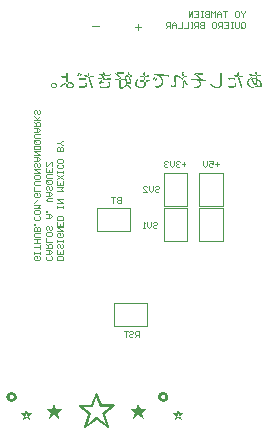
<source format=gbr>
%TF.GenerationSoftware,Altium Limited,Altium Designer,22.7.1 (60)*%
G04 Layer_Color=32896*
%FSLAX45Y45*%
%MOMM*%
%TF.SameCoordinates,889419F2-2602-4259-AB3C-8922443444C0*%
%TF.FilePolarity,Positive*%
%TF.FileFunction,Legend,Bot*%
%TF.Part,Single*%
G01*
G75*
%TA.AperFunction,NonConductor*%
%ADD56C,0.10000*%
%ADD57C,0.12500*%
G36*
X2005072Y426323D02*
X2011088Y424934D01*
X2016641Y423083D01*
X2021269Y421232D01*
X2024972Y419381D01*
X2027748Y417530D01*
X2029599Y416141D01*
X2030062Y415679D01*
X2034227Y411051D01*
X2037467Y406423D01*
X2039318Y401332D01*
X2041169Y396704D01*
X2042095Y392539D01*
X2042558Y389300D01*
Y386986D01*
Y386060D01*
X2042095Y379581D01*
X2040706Y374028D01*
X2038855Y369400D01*
X2036541Y365235D01*
X2034227Y361995D01*
X2032376Y359218D01*
X2030988Y357830D01*
X2030525Y357367D01*
X2025434Y353665D01*
X2020344Y351351D01*
X2015253Y349500D01*
X2010162Y348112D01*
X2005997Y347186D01*
X2002758Y346723D01*
X1999518D01*
X1993039Y347186D01*
X1986560Y348574D01*
X1981469Y350426D01*
X1976842Y352277D01*
X1973139Y354128D01*
X1970363Y355979D01*
X1968511Y357367D01*
X1968049Y357830D01*
X1963421Y362458D01*
X1960181Y367086D01*
X1957867Y372177D01*
X1956479Y376804D01*
X1955091Y380970D01*
X1954628Y384209D01*
Y386060D01*
Y386986D01*
X1955091Y393465D01*
X1956479Y399018D01*
X1958330Y403646D01*
X1960644Y407811D01*
X1962958Y411051D01*
X1964809Y413827D01*
X1966197Y415216D01*
X1966660Y415679D01*
X1971288Y419381D01*
X1976842Y422158D01*
X1981932Y424009D01*
X1987023Y425397D01*
X1991651Y426323D01*
X1995353Y426786D01*
X1998593D01*
X2005072Y426323D01*
D02*
G37*
G36*
X720835Y426322D02*
X726851Y424934D01*
X732405Y423083D01*
X737033Y421232D01*
X740735Y419381D01*
X743512Y417530D01*
X745363Y416141D01*
X745826Y415678D01*
X749991Y411050D01*
X753230Y406423D01*
X755081Y401332D01*
X756932Y396704D01*
X757858Y392539D01*
X758321Y389299D01*
Y386986D01*
Y386060D01*
X757858Y379581D01*
X756470Y374027D01*
X754619Y369400D01*
X752305Y365234D01*
X749991Y361995D01*
X748139Y359218D01*
X746751Y357830D01*
X746288Y357367D01*
X741198Y353665D01*
X736107Y351351D01*
X731016Y349500D01*
X725926Y348111D01*
X721761Y347186D01*
X718521Y346723D01*
X715282D01*
X708802Y347186D01*
X702323Y348574D01*
X697233Y350425D01*
X692605Y352276D01*
X688903Y354128D01*
X686126Y355979D01*
X684275Y357367D01*
X683812Y357830D01*
X679184Y362458D01*
X675945Y367086D01*
X673631Y372176D01*
X672242Y376804D01*
X670854Y380969D01*
X670391Y384209D01*
Y386060D01*
Y386986D01*
X670854Y393465D01*
X672242Y399018D01*
X674093Y403646D01*
X676407Y407811D01*
X678721Y411050D01*
X680572Y413827D01*
X681961Y415216D01*
X682424Y415678D01*
X687051Y419381D01*
X692605Y422157D01*
X697696Y424009D01*
X702786Y425397D01*
X707414Y426322D01*
X711116Y426785D01*
X714356D01*
X720835Y426322D01*
D02*
G37*
G36*
X1806073Y281933D02*
X1855128D01*
X1816717Y249537D01*
X1831526Y200945D01*
X1788487Y229175D01*
X1745448Y200945D01*
X1760257Y249537D01*
X1721845Y281933D01*
X1770438D01*
X1788024Y329137D01*
X1806073Y281933D01*
D02*
G37*
G36*
X1093842D02*
X1142898D01*
X1104486Y249537D01*
X1119295Y200945D01*
X1076256Y229175D01*
X1033217Y200945D01*
X1048026Y249537D01*
X1009615Y281933D01*
X1058207D01*
X1075793Y329137D01*
X1093842Y281933D01*
D02*
G37*
G36*
X2136503Y246761D02*
X2168436D01*
X2143445Y225010D01*
X2153164Y193540D01*
X2124934Y212052D01*
X2096704Y193540D01*
X2105959Y225010D01*
X2081432Y246761D01*
X2112901D01*
X2124471Y276379D01*
X2136503Y246761D01*
D02*
G37*
G36*
X852267Y246761D02*
X884199D01*
X859209Y225010D01*
X868927Y193540D01*
X840697Y212052D01*
X812467Y193540D01*
X821723Y225010D01*
X797195Y246761D01*
X828665D01*
X840234Y276379D01*
X852267Y246761D01*
D02*
G37*
G36*
X1477956Y322195D02*
X1583009D01*
X1585786Y312477D01*
X1503409Y244910D01*
X1537656Y131064D01*
X1528863Y126899D01*
X1433529Y192152D01*
X1338194Y127361D01*
X1329401Y131527D01*
X1363648Y245372D01*
X1280808Y313402D01*
X1284511Y321732D01*
X1388638D01*
X1427049Y421232D01*
X1440008D01*
X1477956Y322195D01*
D02*
G37*
G36*
X1668733Y3122233D02*
X1609134D01*
X1608495Y3123085D01*
X1607218Y3124788D01*
X1605728Y3126703D01*
X1603174Y3130535D01*
Y3133302D01*
X1668733D01*
Y3122233D01*
D02*
G37*
G36*
X1505688Y3133089D02*
X1504836Y3130535D01*
X1504198Y3128406D01*
X1503772Y3127342D01*
X1503559Y3126703D01*
X1503346Y3126277D01*
Y3126065D01*
X1502495Y3123510D01*
X1501857Y3121169D01*
X1501644Y3120105D01*
X1501431Y3119466D01*
X1501218Y3119040D01*
Y3118828D01*
X1500367Y3116061D01*
X1500099Y3114902D01*
X1498025Y3114996D01*
X1493342Y3115422D01*
X1492917D01*
X1491640Y3115635D01*
X1489724Y3115848D01*
X1488384Y3115959D01*
X1488447Y3116273D01*
X1489085Y3118189D01*
X1489298Y3119466D01*
X1489724Y3120530D01*
Y3120743D01*
X1490788Y3126065D01*
X1491214Y3128406D01*
X1491427Y3130535D01*
X1491852Y3132237D01*
Y3133727D01*
X1492065Y3134579D01*
Y3134792D01*
X1505688Y3133089D01*
D02*
G37*
G36*
X1551664Y3105205D02*
X1545278Y3104779D01*
X1539318Y3104354D01*
X1533784Y3103928D01*
X1528676Y3103715D01*
X1524632D01*
X1522929Y3103502D01*
X1512925D01*
X1507604Y3103715D01*
X1502708Y3103928D01*
X1498664Y3104141D01*
X1496961D01*
X1497174Y3104779D01*
X1498025Y3107546D01*
X1499089Y3110739D01*
Y3110952D01*
X1499302Y3111378D01*
X1499515Y3112229D01*
X1499728Y3113293D01*
X1500099Y3114902D01*
X1502708Y3114783D01*
X1507391D01*
X1511648Y3114571D01*
X1520800D01*
X1526547Y3114783D01*
X1532082Y3115209D01*
X1537403Y3115422D01*
X1542298Y3115848D01*
X1544427Y3116061D01*
X1546555Y3116273D01*
X1548258Y3116486D01*
X1549748Y3116699D01*
X1550812D01*
X1551664Y3116912D01*
X1552515D01*
X1551664Y3105205D01*
D02*
G37*
G36*
X2264505Y3129683D02*
X2265570Y3129470D01*
X2266421Y3129257D01*
X2266847D01*
X2268549Y3129045D01*
X2270039Y3128832D01*
X2271317Y3128619D01*
X2271742D01*
X2272806Y3128406D01*
X2274084D01*
X2276851Y3127980D01*
X2277915D01*
X2278979Y3127767D01*
X2279831D01*
X2283662Y3127555D01*
X2285578Y3127342D01*
X2287280D01*
X2288983Y3127129D01*
X2291112D01*
X2295582Y3126916D01*
X2297710D01*
X2299413Y3126703D01*
X2301116D01*
X2302180Y3126490D01*
X2303244D01*
X2307501Y3126277D01*
X2310694D01*
X2312184Y3126065D01*
X2327509D01*
X2329638Y3126277D01*
X2331554Y3126490D01*
X2332831Y3126703D01*
X2333256D01*
X2332618Y3113719D01*
X2330702D01*
X2328787Y3113932D01*
X2327297Y3114145D01*
X2326871D01*
X2324530Y3114358D01*
X2322401Y3114571D01*
X2321762Y3114783D01*
X2320485D01*
X2318570Y3114996D01*
X2316654D01*
X2315803Y3115209D01*
X2314313D01*
X2311120Y3115422D01*
X2307927D01*
X2306863Y3115635D01*
X2304947D01*
X2301116Y3115848D01*
X2297710D01*
X2296433Y3116061D01*
X2294517D01*
X2290899Y3116273D01*
X2287919D01*
X2286642Y3116486D01*
X2285152D01*
X2282385Y3116699D01*
X2280256Y3116912D01*
X2278766D01*
X2280256Y3115635D01*
X2281959Y3114145D01*
X2285152Y3111378D01*
X2286642Y3110314D01*
X2287706Y3109249D01*
X2288558Y3108611D01*
X2288770Y3108398D01*
X2293453Y3104354D01*
X2295794Y3102438D01*
X2297923Y3100522D01*
X2299626Y3099032D01*
X2301116Y3097755D01*
X2301967Y3096904D01*
X2302393Y3096691D01*
X2307927Y3092221D01*
X2310481Y3090093D01*
X2312823Y3088390D01*
X2314738Y3086687D01*
X2316228Y3085623D01*
X2317080Y3084771D01*
X2317505Y3084558D01*
X2320272Y3082430D01*
X2322827Y3080514D01*
X2325168Y3078599D01*
X2327084Y3077109D01*
X2328787Y3075832D01*
X2330064Y3074980D01*
X2330915Y3074342D01*
X2331128Y3074129D01*
X2335811Y3073703D01*
X2338152Y3073277D01*
X2340281Y3073064D01*
X2342196Y3072852D01*
X2343686D01*
X2344538Y3072639D01*
X2344963D01*
X2347730Y3072426D01*
X2350285Y3072000D01*
X2352626Y3071787D01*
X2354542Y3071575D01*
X2356244Y3071362D01*
X2357522Y3071149D01*
X2358373Y3070936D01*
X2358586D01*
X2357522Y3059016D01*
X2352200Y3059868D01*
X2346879Y3060719D01*
X2341983Y3061358D01*
X2337513Y3061996D01*
X2335385Y3062209D01*
X2333682Y3062422D01*
X2331979Y3062635D01*
X2330702Y3062848D01*
X2329638D01*
X2328787Y3063060D01*
X2328148D01*
X2322614Y3063699D01*
X2317505Y3064338D01*
X2312823Y3064763D01*
X2308566Y3065189D01*
X2305160Y3065615D01*
X2303883Y3065827D01*
X2302606D01*
X2301754Y3066040D01*
X2300477D01*
X2303457Y3063912D01*
X2306011Y3061783D01*
X2307076Y3060719D01*
X2307927Y3059868D01*
X2308566Y3059442D01*
X2308778Y3059229D01*
X2311758Y3055823D01*
X2313887Y3052418D01*
X2314738Y3050928D01*
X2315377Y3049864D01*
X2315803Y3049012D01*
X2316015Y3048799D01*
X2316867Y3046458D01*
X2317505Y3044329D01*
X2318144Y3042201D01*
X2318357Y3040285D01*
X2318570Y3038582D01*
X2318783Y3037092D01*
Y3036241D01*
Y3036028D01*
X2318570Y3032623D01*
X2318144Y3029643D01*
X2317293Y3026663D01*
X2316441Y3024109D01*
X2315164Y3021554D01*
X2313887Y3019426D01*
X2312610Y3017297D01*
X2311120Y3015594D01*
X2309630Y3013892D01*
X2308353Y3012614D01*
X2307076Y3011337D01*
X2305799Y3010486D01*
X2304947Y3009635D01*
X2304096Y3009209D01*
X2303670Y3008996D01*
X2303457Y3008783D01*
X2300477Y3007293D01*
X2297072Y3006016D01*
X2290047Y3003888D01*
X2282598Y3002610D01*
X2275361Y3001759D01*
X2271955Y3001546D01*
X2268975Y3001333D01*
X2258971D01*
X2256204Y3014104D01*
X2259610Y3013892D01*
X2262802Y3013679D01*
X2266208D01*
X2270678Y3013892D01*
X2272806D01*
X2274935Y3014104D01*
X2276638Y3014317D01*
X2277915D01*
X2278766Y3014530D01*
X2279192D01*
X2284300Y3015594D01*
X2286429Y3016020D01*
X2288558Y3016659D01*
X2290260Y3017084D01*
X2291537Y3017510D01*
X2292389Y3017936D01*
X2292602D01*
X2294730Y3019000D01*
X2296859Y3020064D01*
X2298562Y3021341D01*
X2299839Y3022619D01*
X2301116Y3023470D01*
X2301967Y3024321D01*
X2302393Y3024960D01*
X2302606Y3025173D01*
X2303883Y3027088D01*
X2304734Y3029217D01*
X2305586Y3031345D01*
X2306011Y3033261D01*
X2306224Y3035177D01*
X2306437Y3036667D01*
Y3037518D01*
Y3037944D01*
X2306224Y3040072D01*
X2306011Y3041988D01*
X2305586Y3043904D01*
X2305160Y3045394D01*
X2304734Y3046671D01*
X2304309Y3047735D01*
X2303883Y3048374D01*
Y3048586D01*
X2301754Y3052205D01*
X2300690Y3053695D01*
X2299413Y3055185D01*
X2298562Y3056249D01*
X2297710Y3057101D01*
X2297284Y3057526D01*
X2297072Y3057739D01*
X2293666Y3060506D01*
X2290473Y3062635D01*
X2289196Y3063486D01*
X2288132Y3064125D01*
X2287493Y3064338D01*
X2287280Y3064550D01*
X2283236Y3066253D01*
X2281321Y3066892D01*
X2279618Y3067317D01*
X2278128Y3067743D01*
X2277064Y3067956D01*
X2276212Y3068169D01*
X2275999D01*
X2273232Y3068595D01*
X2270039Y3068807D01*
X2267059Y3069020D01*
X2264292D01*
X2261951Y3069233D01*
X2246200D01*
X2242794Y3069020D01*
X2239814D01*
X2237473Y3068807D01*
X2235557D01*
Y3080514D01*
X2244284D01*
X2248328Y3080301D01*
X2252160D01*
X2255353Y3080089D01*
X2257907D01*
X2258758Y3079876D01*
X2260035D01*
X2264718Y3079663D01*
X2269401Y3079450D01*
X2273871Y3079024D01*
X2277702Y3078811D01*
X2281108Y3078599D01*
X2282598Y3078386D01*
X2284726D01*
X2285365Y3078173D01*
X2286003D01*
X2290899Y3077747D01*
X2295582Y3077534D01*
X2299839Y3077109D01*
X2303457Y3076896D01*
X2306650Y3076470D01*
X2307927D01*
X2308991Y3076257D01*
X2309843D01*
X2310481Y3076044D01*
X2311120D01*
X2308140Y3078386D01*
X2305373Y3080514D01*
X2304309Y3081579D01*
X2303457Y3082217D01*
X2302819Y3082643D01*
X2302606Y3082856D01*
X2298987Y3085836D01*
X2297284Y3087326D01*
X2295582Y3088603D01*
X2294305Y3089667D01*
X2293240Y3090518D01*
X2292602Y3090944D01*
X2292389Y3091157D01*
X2288558Y3094350D01*
X2286642Y3095840D01*
X2285152Y3097117D01*
X2283875Y3098394D01*
X2282811Y3099245D01*
X2282172Y3099671D01*
X2281959Y3099884D01*
X2278128Y3103077D01*
X2276425Y3104567D01*
X2274935Y3105631D01*
X2273658Y3106695D01*
X2272806Y3107546D01*
X2272168Y3107972D01*
X2271955Y3108185D01*
X2268762Y3110952D01*
X2267272Y3112016D01*
X2265995Y3113081D01*
X2265144Y3113932D01*
X2264292Y3114571D01*
X2263867Y3114783D01*
X2263654Y3114996D01*
X2262164Y3116061D01*
X2260887Y3117125D01*
X2259823Y3117976D01*
X2259397Y3118189D01*
X2257481Y3119253D01*
X2256204Y3120318D01*
X2255353Y3120743D01*
X2255140Y3120956D01*
X2263228Y3129896D01*
X2264505Y3129683D01*
D02*
G37*
G36*
X2169999Y3132024D02*
X2169786Y3129896D01*
Y3129257D01*
Y3128619D01*
Y3128193D01*
Y3127980D01*
X2169573Y3125852D01*
Y3124149D01*
Y3122872D01*
Y3122659D01*
Y3122446D01*
Y3121595D01*
Y3120743D01*
X2169786Y3118615D01*
Y3117551D01*
X2169999Y3116699D01*
Y3116061D01*
Y3115848D01*
X2170212Y3112016D01*
Y3110101D01*
X2170425Y3108398D01*
Y3107303D01*
X2171702Y3107121D01*
X2172979Y3106908D01*
X2174043Y3106695D01*
X2174682Y3106482D01*
X2174895D01*
X2178726Y3106057D01*
X2180429Y3105844D01*
X2181919Y3105631D01*
X2183196Y3105418D01*
X2184260D01*
X2184899Y3105205D01*
X2185111D01*
X2188304Y3104992D01*
X2189794Y3104779D01*
X2190858D01*
X2191923Y3104567D01*
X2193200D01*
X2195115Y3104354D01*
X2203630D01*
X2202352Y3091370D01*
X2198947Y3091795D01*
X2195967Y3092221D01*
X2194690Y3092434D01*
X2193626Y3092647D01*
X2192774D01*
X2188943Y3093285D01*
X2187453Y3093498D01*
X2185750Y3093711D01*
X2184686Y3093924D01*
X2183621Y3094137D01*
X2182770D01*
X2179364Y3094563D01*
X2177874Y3094775D01*
X2176597Y3094988D01*
X2175533D01*
X2174682Y3095201D01*
X2174043D01*
X2171489Y3095627D01*
X2171188Y3095660D01*
X2171063Y3096904D01*
Y3099245D01*
X2170638Y3104354D01*
Y3104567D01*
Y3105418D01*
X2170425Y3106695D01*
Y3107303D01*
X2170212Y3107334D01*
X2168509Y3107546D01*
X2164891Y3108185D01*
X2164678D01*
X2164039Y3108398D01*
X2163188Y3108611D01*
X2162123Y3108824D01*
X2159782Y3109249D01*
X2158487Y3109602D01*
X2158718Y3107759D01*
Y3107334D01*
X2158931Y3106269D01*
Y3104354D01*
X2159144Y3102012D01*
X2159569Y3099032D01*
X2159782Y3095840D01*
X2159933Y3093272D01*
X2160633Y3092221D01*
X2161485Y3090731D01*
X2162549Y3089028D01*
X2164495Y3080484D01*
X2164465Y3080514D01*
X2163188Y3081791D01*
X2160668Y3084143D01*
X2160633Y3084558D01*
Y3086687D01*
X2160421Y3087964D01*
Y3088177D01*
Y3088390D01*
X2159995Y3092221D01*
X2159933Y3093272D01*
X2159782Y3093498D01*
X2159569Y3093711D01*
Y3093924D01*
X2158292Y3096052D01*
X2157228Y3097968D01*
X2156376Y3099245D01*
X2156164Y3099458D01*
Y3099671D01*
X2154886Y3101587D01*
X2153822Y3103077D01*
X2153184Y3103928D01*
X2152971Y3104354D01*
X2157441Y3109888D01*
X2158487Y3109602D01*
X2158292Y3111165D01*
X2158079Y3114145D01*
X2157866Y3116912D01*
X2157441Y3119253D01*
X2157228Y3121169D01*
Y3122446D01*
X2157015Y3123510D01*
Y3123723D01*
X2156589Y3126065D01*
X2156376Y3128193D01*
X2155951Y3129896D01*
X2155738Y3131386D01*
X2155525Y3132450D01*
Y3133089D01*
X2155312Y3133514D01*
Y3133727D01*
X2170212Y3134153D01*
X2169999Y3132024D01*
D02*
G37*
G36*
X1710451Y3132876D02*
X1711303Y3128619D01*
X1711941Y3125000D01*
X1712580Y3121595D01*
X1713006Y3120318D01*
X1713219Y3119253D01*
X1713431Y3118189D01*
Y3117551D01*
X1713644Y3117125D01*
Y3116912D01*
X1714709Y3112016D01*
X1715328Y3108611D01*
X1704053D01*
X1703853Y3109675D01*
X1703427Y3110952D01*
X1703215Y3112229D01*
X1703002Y3113293D01*
Y3113932D01*
X1702789Y3114358D01*
Y3114571D01*
X1701725Y3119679D01*
X1700660Y3124362D01*
X1699809Y3128619D01*
X1698957Y3132450D01*
X1698319Y3135643D01*
X1698106Y3136920D01*
X1697893Y3137984D01*
X1697680Y3138836D01*
X1697468Y3139687D01*
Y3139900D01*
Y3140113D01*
X1708962Y3141390D01*
X1710451Y3132876D01*
D02*
G37*
G36*
X1293049Y3128619D02*
X1290494Y3125213D01*
X1288153Y3121808D01*
X1287302Y3120318D01*
X1286663Y3119253D01*
X1286237Y3118402D01*
X1286025Y3118189D01*
X1283470Y3113719D01*
X1282406Y3111804D01*
X1281555Y3110101D01*
X1280916Y3108611D01*
X1280278Y3107546D01*
X1280065Y3106908D01*
X1279852Y3106695D01*
X1271338Y3110526D01*
X1272615Y3112868D01*
X1273892Y3114996D01*
X1274318Y3116061D01*
X1274743Y3116699D01*
X1274956Y3117125D01*
X1275169Y3117338D01*
X1276872Y3120318D01*
X1278575Y3122872D01*
X1279213Y3123723D01*
X1279639Y3124575D01*
X1279852Y3125000D01*
X1280065Y3125213D01*
X1281768Y3127980D01*
X1283258Y3130322D01*
X1283896Y3131173D01*
X1284322Y3131812D01*
X1284747Y3132237D01*
Y3132450D01*
X1293049Y3128619D01*
D02*
G37*
G36*
X1842207Y3132024D02*
Y3130535D01*
Y3129470D01*
Y3129257D01*
Y3129045D01*
Y3127129D01*
X1842420Y3124788D01*
Y3123936D01*
X1842633Y3123085D01*
Y3122659D01*
Y3122446D01*
X1842845Y3119892D01*
X1843058Y3117125D01*
X1843271Y3114571D01*
X1843484Y3112016D01*
X1843697Y3109888D01*
X1843910Y3108185D01*
X1844123Y3107121D01*
Y3106908D01*
Y3106695D01*
X1844229Y3105844D01*
X1844974D01*
X1846464Y3106057D01*
X1847954D01*
X1853914Y3106695D01*
X1856681Y3107121D01*
X1859022Y3107546D01*
X1861151Y3107759D01*
X1862641Y3107972D01*
X1863705Y3108185D01*
X1864131D01*
X1867111Y3108824D01*
X1869878Y3109462D01*
X1872432Y3109888D01*
X1874560Y3110526D01*
X1876476Y3110952D01*
X1877753Y3111378D01*
X1878817Y3111804D01*
X1879030D01*
X1879669Y3100097D01*
X1874348Y3098820D01*
X1871793Y3098394D01*
X1869452Y3097968D01*
X1867536Y3097542D01*
X1866046Y3097117D01*
X1864982Y3096904D01*
X1864556D01*
X1858384Y3096052D01*
X1855617Y3095627D01*
X1853062Y3095414D01*
X1850934Y3095201D01*
X1849444Y3094988D01*
X1848380Y3094775D01*
X1847954D01*
X1845696Y3094614D01*
X1845825Y3093711D01*
X1846038Y3091157D01*
X1846464Y3089241D01*
X1846677Y3087964D01*
Y3087751D01*
Y3087538D01*
X1847102Y3083707D01*
X1847528Y3080089D01*
X1847954Y3076683D01*
X1848380Y3073703D01*
X1848805Y3071149D01*
X1849018Y3069233D01*
X1849231Y3067956D01*
Y3067743D01*
Y3067530D01*
X1849406Y3066040D01*
X1848592D01*
X1847102Y3065827D01*
X1844974D01*
X1842633Y3065615D01*
X1839866D01*
X1837416Y3065520D01*
X1836886Y3069233D01*
X1836673Y3071787D01*
X1836460Y3074342D01*
X1836034Y3076470D01*
Y3077960D01*
X1835821Y3079024D01*
Y3079450D01*
X1835396Y3082643D01*
X1834970Y3085623D01*
X1834757Y3088390D01*
X1834331Y3090944D01*
X1834119Y3092860D01*
X1833959Y3094137D01*
X1826030D01*
X1823050Y3094350D01*
X1818367D01*
X1816877Y3094563D01*
X1815600D01*
X1810066Y3094988D01*
X1807512D01*
X1805171Y3095201D01*
X1803255Y3095414D01*
X1801765Y3095627D01*
X1800488D01*
X1800275Y3107546D01*
X1805596Y3106695D01*
X1807938Y3106482D01*
X1810279Y3106269D01*
X1812408Y3106057D01*
X1813898Y3105844D01*
X1815388D01*
X1821560Y3105631D01*
X1824327D01*
X1827094Y3105418D01*
X1832501D01*
X1832416Y3106269D01*
X1831990Y3107972D01*
Y3109462D01*
X1831777Y3110314D01*
Y3110526D01*
X1831564Y3112868D01*
X1831139Y3115209D01*
X1830926Y3117125D01*
X1830713Y3118828D01*
X1830500Y3120105D01*
X1830287Y3120956D01*
Y3121595D01*
Y3121808D01*
X1829861Y3123723D01*
X1829649Y3125426D01*
X1829436Y3126490D01*
Y3126703D01*
Y3126916D01*
X1829010Y3129045D01*
X1828584Y3130960D01*
X1828372Y3131812D01*
Y3132237D01*
X1828159Y3132663D01*
Y3132876D01*
X1842420Y3133727D01*
X1842207Y3132024D01*
D02*
G37*
G36*
X1371804Y3129896D02*
Y3127980D01*
Y3127129D01*
Y3126490D01*
Y3126065D01*
Y3125852D01*
Y3123298D01*
X1372017Y3120956D01*
Y3120105D01*
X1372230Y3119466D01*
Y3119040D01*
Y3118828D01*
X1372655Y3116273D01*
X1373081Y3113506D01*
X1373294Y3112229D01*
X1373507Y3111378D01*
X1373720Y3110739D01*
Y3110526D01*
X1374358Y3106695D01*
X1374760Y3105088D01*
X1372655Y3105205D01*
X1372230D01*
X1370953Y3105418D01*
X1368824Y3105631D01*
X1366270Y3105844D01*
X1363077Y3106269D01*
X1361630Y3106440D01*
X1361374Y3107546D01*
X1360949Y3110101D01*
X1360523Y3112229D01*
X1360097Y3114358D01*
X1359884Y3115848D01*
X1359671Y3116912D01*
X1359459Y3117763D01*
Y3117976D01*
X1359033Y3120105D01*
X1358607Y3122020D01*
X1358394Y3122872D01*
Y3123510D01*
X1358181Y3123936D01*
Y3124149D01*
X1357543Y3126703D01*
X1356904Y3128832D01*
X1356691Y3130109D01*
X1356479Y3130322D01*
Y3130535D01*
X1371804Y3131812D01*
Y3129896D01*
D02*
G37*
G36*
X1410330Y3093073D02*
X1407137Y3092860D01*
X1404370D01*
X1403306Y3092647D01*
X1401603D01*
X1398198Y3092434D01*
X1392025D01*
X1385426Y3092647D01*
X1382234D01*
X1379254Y3092860D01*
X1377395Y3093029D01*
X1377338Y3093285D01*
X1376912Y3095201D01*
X1375848Y3099671D01*
Y3099884D01*
X1375635Y3100735D01*
X1375422Y3101799D01*
X1374997Y3103289D01*
X1374784Y3104992D01*
X1374760Y3105088D01*
X1376487Y3104992D01*
X1379892Y3104779D01*
X1383298Y3104567D01*
X1386065D01*
X1388406Y3104354D01*
X1395005D01*
X1397772Y3104567D01*
X1400752D01*
X1404157Y3104779D01*
X1407563Y3104992D01*
X1408840Y3105205D01*
X1409904Y3105418D01*
X1410969D01*
X1410330Y3093073D01*
D02*
G37*
G36*
X2789611Y3132876D02*
Y3131812D01*
Y3130960D01*
Y3130535D01*
X2789824Y3129045D01*
Y3127767D01*
X2790037Y3126916D01*
Y3126490D01*
X2790463Y3122233D01*
X2790675Y3120105D01*
X2790888Y3118189D01*
X2791101Y3116486D01*
Y3115209D01*
X2791314Y3114358D01*
Y3114246D01*
X2793230Y3114145D01*
X2804724D01*
X2807491Y3114358D01*
X2810471D01*
X2814089Y3114783D01*
X2815792D01*
X2817282Y3114996D01*
X2818559D01*
X2819623Y3115209D01*
X2820475D01*
X2822177Y3115422D01*
X2823667Y3115635D01*
X2824945D01*
X2826222Y3115848D01*
X2827073Y3116061D01*
X2827712Y3116273D01*
X2828137D01*
X2827924Y3104354D01*
X2825157Y3104141D01*
X2822603D01*
X2821539Y3103928D01*
X2819836D01*
X2816218Y3103715D01*
X2814728D01*
X2813238Y3103502D01*
X2811961D01*
X2811109Y3103289D01*
X2810258D01*
X2807065Y3103077D01*
X2795358D01*
X2792422Y3103272D01*
X2792378Y3103715D01*
X2792165Y3106057D01*
X2791740Y3108611D01*
X2791314Y3113932D01*
Y3114246D01*
X2789185Y3114358D01*
X2784503D01*
X2780135Y3114548D01*
X2779820Y3116912D01*
X2779394Y3119679D01*
X2778969Y3122233D01*
X2778543Y3124149D01*
X2778330Y3125426D01*
X2778117Y3126490D01*
Y3126703D01*
X2777691Y3127980D01*
X2777479Y3129257D01*
X2777266Y3130109D01*
Y3130322D01*
X2776840Y3131812D01*
X2776627Y3132876D01*
X2776201Y3133514D01*
Y3133727D01*
X2789611Y3134153D01*
Y3132876D01*
D02*
G37*
G36*
X1310715Y3122233D02*
X1309013Y3119892D01*
X1307523Y3117551D01*
X1307097Y3116699D01*
X1306671Y3115848D01*
X1306246Y3115422D01*
Y3115209D01*
X1304543Y3112442D01*
X1303053Y3109888D01*
X1302414Y3108824D01*
X1301989Y3107972D01*
X1301563Y3107546D01*
Y3107334D01*
X1300073Y3104567D01*
X1298796Y3102225D01*
X1298370Y3101374D01*
X1297944Y3100735D01*
X1297731Y3100310D01*
Y3100097D01*
X1289217Y3103928D01*
X1290494Y3106482D01*
X1291772Y3108824D01*
X1292410Y3109675D01*
X1292836Y3110526D01*
X1293049Y3110952D01*
X1293262Y3111165D01*
X1294964Y3114145D01*
X1296454Y3116699D01*
X1297093Y3117551D01*
X1297519Y3118402D01*
X1297731Y3118828D01*
X1297944Y3119040D01*
X1299647Y3121808D01*
X1300924Y3123936D01*
X1301563Y3124788D01*
X1301776Y3125426D01*
X1302201Y3125639D01*
Y3125852D01*
X1310715Y3122233D01*
D02*
G37*
G36*
X1922239Y3122446D02*
X1924368D01*
X1926071Y3122233D01*
X1927773D01*
X1929050Y3122020D01*
X1930115D01*
X1935223Y3121808D01*
X1937565Y3121595D01*
X1939906D01*
X1941822Y3121382D01*
X1943312D01*
X1944163Y3121169D01*
X1944589D01*
X1950336Y3120743D01*
X1953103Y3120530D01*
X1955657Y3120318D01*
X1957786Y3120105D01*
X1959488D01*
X1960553Y3119892D01*
X1960978D01*
X1965022Y3119466D01*
X1969067Y3119040D01*
X1972685Y3118828D01*
X1976091Y3118402D01*
X1978858Y3118189D01*
X1980986Y3117976D01*
X1981838D01*
X1982476Y3117763D01*
X1982902D01*
X1986733Y3117551D01*
X1990565Y3117125D01*
X1993970Y3116912D01*
X1996950Y3116699D01*
X1999292Y3116486D01*
X2001207Y3116273D01*
X2002484Y3116061D01*
X2002910D01*
X2006316Y3115848D01*
X2009509Y3115422D01*
X2012276Y3115209D01*
X2014617Y3114996D01*
X2016746Y3114783D01*
X2018235Y3114571D01*
X2019087Y3114358D01*
X2019513D01*
X2022067Y3114145D01*
X2024195Y3113932D01*
X2026111Y3113719D01*
X2027814Y3113506D01*
X2028878D01*
X2029942Y3113293D01*
X2030581D01*
X2032497Y3113081D01*
X2034625D01*
X2035476Y3112868D01*
X2036754D01*
X2039521Y3112655D01*
X2042075D01*
X2043139Y3112442D01*
X2044842D01*
X2043352Y3098607D01*
X2041436Y3099032D01*
X2039308Y3099458D01*
X2037179Y3099884D01*
X2035051Y3100097D01*
X2033348Y3100310D01*
X2032071Y3100522D01*
X2031219Y3100735D01*
X2030794D01*
X2025047Y3101587D01*
X2022493Y3101799D01*
X2019938Y3102225D01*
X2017810Y3102438D01*
X2016320Y3102651D01*
X2015256Y3102864D01*
X2014830D01*
X2011637Y3103289D01*
X2008444Y3103715D01*
X2005464Y3104141D01*
X2002910Y3104354D01*
X2000782Y3104567D01*
X1999079Y3104779D01*
X1998015Y3104992D01*
X1997589D01*
X1994396Y3105418D01*
X1991416Y3105631D01*
X1988649Y3105844D01*
X1986308Y3106269D01*
X1984179Y3106482D01*
X1982689D01*
X1981838Y3106695D01*
X1981412D01*
X1978645Y3106908D01*
X1976091Y3107334D01*
X1973962Y3107546D01*
X1972047Y3107759D01*
X1970557D01*
X1969492Y3107972D01*
X1968641D01*
X1971408Y3106269D01*
X1973962Y3104354D01*
X1976516Y3102225D01*
X1978645Y3100310D01*
X1980348Y3098607D01*
X1981625Y3097117D01*
X1982689Y3096265D01*
X1982902Y3095840D01*
X1985243Y3092860D01*
X1987585Y3089667D01*
X1989500Y3086474D01*
X1990990Y3083707D01*
X1992480Y3081153D01*
X1993332Y3079024D01*
X1993970Y3077747D01*
X1994183Y3077534D01*
Y3077322D01*
X1995673Y3073277D01*
X1996737Y3069233D01*
X1997376Y3065402D01*
X1997802Y3061996D01*
X1998227Y3058803D01*
X1998440Y3056462D01*
Y3055611D01*
Y3054972D01*
Y3054546D01*
Y3054333D01*
X1998227Y3050502D01*
X1997802Y3046884D01*
X1997376Y3043691D01*
X1996525Y3040924D01*
X1995886Y3038582D01*
X1995460Y3036880D01*
X1995035Y3035815D01*
X1994822Y3035390D01*
X1993332Y3032410D01*
X1991629Y3029856D01*
X1989926Y3027301D01*
X1988436Y3025173D01*
X1986946Y3023470D01*
X1985882Y3022193D01*
X1985031Y3021341D01*
X1984818Y3021129D01*
X1982263Y3019000D01*
X1979922Y3016872D01*
X1977368Y3015169D01*
X1975239Y3013679D01*
X1973324Y3012614D01*
X1971621Y3011550D01*
X1970769Y3011125D01*
X1970344Y3010912D01*
X1964171Y3008357D01*
X1961404Y3007293D01*
X1958850Y3006442D01*
X1956508Y3005803D01*
X1954806Y3005378D01*
X1953741Y3004952D01*
X1953316D01*
X1946717Y3003675D01*
X1943737Y3003036D01*
X1940970Y3002823D01*
X1938629Y3002610D01*
X1936926Y3002398D01*
X1935436D01*
X1930966Y3015382D01*
X1936713Y3015807D01*
X1939267Y3016020D01*
X1941609Y3016233D01*
X1943524Y3016659D01*
X1945227Y3016872D01*
X1946079Y3017084D01*
X1946504D01*
X1949484Y3017723D01*
X1952251Y3018362D01*
X1954593Y3019213D01*
X1956934Y3019851D01*
X1958850Y3020490D01*
X1960127Y3021129D01*
X1960978Y3021341D01*
X1961404Y3021554D01*
X1963958Y3022831D01*
X1966300Y3024109D01*
X1968428Y3025386D01*
X1970344Y3026450D01*
X1971834Y3027514D01*
X1972898Y3028366D01*
X1973749Y3029004D01*
X1973962Y3029217D01*
X1975878Y3031133D01*
X1977581Y3033048D01*
X1979071Y3035177D01*
X1980135Y3036880D01*
X1981199Y3038582D01*
X1981838Y3039860D01*
X1982263Y3040711D01*
X1982476Y3040924D01*
X1983541Y3043691D01*
X1984392Y3046458D01*
X1984818Y3049225D01*
X1985243Y3051566D01*
X1985456Y3053908D01*
X1985669Y3055611D01*
Y3056675D01*
Y3057101D01*
X1985456Y3059868D01*
X1985243Y3062422D01*
X1984818Y3064976D01*
X1984392Y3067105D01*
X1983966Y3069020D01*
X1983753Y3070510D01*
X1983328Y3071362D01*
Y3071787D01*
X1981199Y3077322D01*
X1979922Y3079876D01*
X1978645Y3082004D01*
X1977794Y3083920D01*
X1976942Y3085197D01*
X1976304Y3086261D01*
X1976091Y3086474D01*
X1974175Y3089028D01*
X1972259Y3091583D01*
X1970344Y3093711D01*
X1968428Y3095627D01*
X1966938Y3097117D01*
X1965661Y3098181D01*
X1964810Y3099032D01*
X1964597Y3099245D01*
X1962043Y3101161D01*
X1959275Y3102864D01*
X1956721Y3104354D01*
X1954380Y3105418D01*
X1952251Y3106482D01*
X1950761Y3107121D01*
X1949697Y3107334D01*
X1949271Y3107546D01*
X1946079Y3108185D01*
X1942886Y3108611D01*
X1941609Y3108824D01*
X1940545Y3109036D01*
X1939693D01*
X1935649Y3109462D01*
X1933733D01*
X1932030Y3109675D01*
X1928412D01*
X1924368Y3109888D01*
X1918195D01*
Y3122659D01*
X1922239Y3122446D01*
D02*
G37*
G36*
X1732801Y3097542D02*
X1717635D01*
X1717263Y3099032D01*
X1716411Y3102864D01*
X1715560Y3107334D01*
X1715328Y3108611D01*
X1732801D01*
Y3097542D01*
D02*
G37*
G36*
X2604217Y3112655D02*
X2607623Y3111804D01*
X2610815Y3111165D01*
X2613583Y3110739D01*
X2615498Y3110314D01*
X2616350Y3110101D01*
X2616988Y3109888D01*
X2617414D01*
X2621458Y3109249D01*
X2625077Y3108824D01*
X2627248Y3108568D01*
X2627631Y3106908D01*
Y3106482D01*
X2627844Y3105631D01*
X2628269Y3104141D01*
X2628695Y3102225D01*
X2629121Y3099884D01*
X2629759Y3097117D01*
X2629960Y3096179D01*
X2627418Y3096478D01*
X2624225Y3096904D01*
X2621458Y3097330D01*
X2619542Y3097542D01*
X2618691D01*
X2618052Y3097755D01*
X2617627D01*
X2613583Y3098394D01*
X2609751Y3099032D01*
X2606346Y3099884D01*
X2603153Y3100522D01*
X2600599Y3100948D01*
X2598470Y3101374D01*
X2597193Y3101799D01*
X2596767D01*
Y3114358D01*
X2604217Y3112655D01*
D02*
G37*
G36*
X2637209Y3132237D02*
Y3130322D01*
Y3129257D01*
Y3128619D01*
Y3128193D01*
Y3127980D01*
X2637422Y3125426D01*
X2637635Y3123298D01*
Y3122446D01*
X2637848Y3121808D01*
Y3121382D01*
Y3121169D01*
X2638273Y3118615D01*
X2638699Y3115848D01*
X2638912Y3114571D01*
Y3113719D01*
X2639125Y3113081D01*
Y3112868D01*
X2639763Y3109036D01*
X2640189Y3107334D01*
X2640202Y3107226D01*
X2642105Y3107121D01*
X2645510Y3106908D01*
X2648916Y3106695D01*
X2651683D01*
X2654024Y3106482D01*
X2660623D01*
X2663390Y3106695D01*
X2666157D01*
X2669563Y3106908D01*
X2672968Y3107121D01*
X2674245Y3107334D01*
X2675310Y3107546D01*
X2676374D01*
X2675948Y3095201D01*
X2672755Y3094988D01*
X2669988D01*
X2668924Y3094775D01*
X2667221D01*
X2663816Y3094563D01*
X2657430D01*
X2651044Y3094775D01*
X2647852D01*
X2644872Y3094988D01*
X2642844Y3095173D01*
X2642743Y3095627D01*
X2642318Y3097542D01*
X2641253Y3102012D01*
Y3102225D01*
X2641040Y3103077D01*
X2640828Y3104141D01*
X2640402Y3105631D01*
X2640202Y3107226D01*
X2638273Y3107334D01*
X2637848D01*
X2636571Y3107546D01*
X2634442Y3107759D01*
X2631888Y3107972D01*
X2628695Y3108398D01*
X2627248Y3108568D01*
X2626992Y3109675D01*
X2626567Y3112229D01*
X2626141Y3114571D01*
X2625715Y3116486D01*
X2625289Y3118189D01*
X2625077Y3119253D01*
X2624864Y3120105D01*
Y3120318D01*
X2624438Y3122233D01*
X2624225Y3124362D01*
X2624012Y3125213D01*
X2623799Y3125852D01*
Y3126277D01*
Y3126490D01*
X2623161Y3129045D01*
X2622522Y3131173D01*
X2622309Y3132024D01*
Y3132663D01*
X2622097Y3132876D01*
Y3133089D01*
X2637422Y3134366D01*
X2637209Y3132237D01*
D02*
G37*
G36*
X1192370Y3131386D02*
X1192157Y3130109D01*
X1191944Y3129045D01*
Y3128832D01*
Y3128619D01*
X1191731Y3126703D01*
X1191518Y3124788D01*
Y3123510D01*
Y3123085D01*
Y3122872D01*
X1191305Y3120743D01*
Y3118828D01*
Y3117338D01*
Y3117125D01*
Y3116912D01*
X1191093Y3114145D01*
Y3111378D01*
Y3110314D01*
Y3109249D01*
Y3108611D01*
Y3108398D01*
Y3104567D01*
Y3102864D01*
Y3101161D01*
Y3099884D01*
Y3098607D01*
Y3097968D01*
Y3097755D01*
Y3093924D01*
Y3092221D01*
Y3090944D01*
Y3089667D01*
Y3088816D01*
Y3088177D01*
Y3087964D01*
Y3083069D01*
Y3080727D01*
X1190880Y3078386D01*
Y3076470D01*
Y3074980D01*
Y3073916D01*
Y3073490D01*
X1190667Y3067530D01*
X1190454Y3064550D01*
Y3061996D01*
X1190241Y3059868D01*
Y3058165D01*
Y3057101D01*
Y3056675D01*
X1190028Y3053482D01*
Y3050857D01*
X1192583Y3051141D01*
X1196201Y3051354D01*
X1199181Y3051566D01*
X1201310Y3051779D01*
X1203438D01*
X1208334Y3051566D01*
X1212804Y3051141D01*
X1216635Y3050715D01*
X1219828Y3050076D01*
X1222382Y3049225D01*
X1224298Y3048799D01*
X1225575Y3048374D01*
X1226000Y3048161D01*
X1228980Y3046884D01*
X1231747Y3045181D01*
X1233876Y3043691D01*
X1235792Y3042201D01*
X1237069Y3040924D01*
X1238133Y3039860D01*
X1238771Y3039008D01*
X1238984Y3038795D01*
X1240474Y3036667D01*
X1241539Y3034325D01*
X1242177Y3032197D01*
X1242603Y3030068D01*
X1243029Y3028366D01*
X1243241Y3027088D01*
Y3026237D01*
Y3025811D01*
X1243029Y3022619D01*
X1242390Y3019851D01*
X1241751Y3017297D01*
X1240687Y3015169D01*
X1239836Y3013466D01*
X1239197Y3012402D01*
X1238559Y3011550D01*
X1238346Y3011337D01*
X1236217Y3009422D01*
X1234089Y3007932D01*
X1231747Y3006442D01*
X1229619Y3005378D01*
X1227703Y3004526D01*
X1226213Y3003888D01*
X1225149Y3003675D01*
X1224723Y3003462D01*
X1221530Y3002610D01*
X1218125Y3001972D01*
X1214719Y3001546D01*
X1211739Y3001333D01*
X1209185Y3001120D01*
X1207057Y3000908D01*
X1202374D01*
X1199820Y3001120D01*
X1197478Y3001546D01*
X1195563Y3001972D01*
X1193860Y3002185D01*
X1192795Y3002610D01*
X1191944Y3002823D01*
X1191731D01*
X1189816Y3003675D01*
X1187900Y3004526D01*
X1186410Y3005378D01*
X1185133Y3006016D01*
X1184068Y3006867D01*
X1183430Y3007506D01*
X1183004Y3007719D01*
X1182791Y3007932D01*
X1180663Y3010486D01*
X1178960Y3012827D01*
X1178534Y3013892D01*
X1178109Y3014743D01*
X1177896Y3015169D01*
Y3015382D01*
X1176832Y3018787D01*
X1176406Y3021767D01*
X1176193Y3023044D01*
Y3024109D01*
Y3024747D01*
Y3024960D01*
Y3026876D01*
Y3029004D01*
X1176406Y3031133D01*
Y3033261D01*
Y3035177D01*
X1176483Y3035719D01*
X1177257Y3036028D01*
X1180876Y3037092D01*
X1184494Y3038157D01*
X1184707D01*
X1184920Y3038370D01*
X1186197Y3038582D01*
X1188113Y3039008D01*
X1189478Y3039218D01*
X1189603Y3040711D01*
Y3041137D01*
Y3041988D01*
Y3043478D01*
X1189816Y3045607D01*
Y3047948D01*
X1190028Y3050502D01*
Y3050857D01*
X1188751Y3050715D01*
X1184707Y3049864D01*
X1180663Y3049012D01*
X1180450D01*
X1180237Y3048799D01*
X1179599D01*
X1178747Y3048586D01*
X1177146Y3048106D01*
X1177257Y3049438D01*
Y3051779D01*
X1177470Y3053482D01*
Y3054546D01*
Y3054972D01*
Y3058378D01*
X1177683Y3061570D01*
Y3064550D01*
X1177896Y3067317D01*
Y3069446D01*
X1178109Y3071149D01*
Y3072213D01*
Y3072639D01*
X1178321Y3075832D01*
Y3078811D01*
Y3081366D01*
X1178534Y3083494D01*
Y3085410D01*
Y3086900D01*
Y3087751D01*
Y3087964D01*
Y3089028D01*
X1174916D01*
X1169807Y3089241D01*
X1167466D01*
X1165338Y3089454D01*
X1163422D01*
X1161932Y3089667D01*
X1160655D01*
X1155121Y3090093D01*
X1152354D01*
X1150012Y3090305D01*
X1148097D01*
X1146607Y3090518D01*
X1145329D01*
X1142562Y3090731D01*
X1139795Y3090944D01*
X1137454Y3091157D01*
X1135325Y3091370D01*
X1133623Y3091583D01*
X1132133Y3091795D01*
X1131068D01*
X1131494Y3103715D01*
X1136603Y3103077D01*
X1138944Y3102864D01*
X1141072Y3102651D01*
X1142988Y3102438D01*
X1144478D01*
X1145329Y3102225D01*
X1145755D01*
X1151289Y3102012D01*
X1154056Y3101799D01*
X1156185Y3101587D01*
X1158313D01*
X1159803Y3101374D01*
X1163848D01*
X1166402Y3101161D01*
X1170872D01*
X1172574Y3100948D01*
X1177470D01*
X1178534Y3100830D01*
Y3098820D01*
Y3096478D01*
Y3093924D01*
Y3089028D01*
X1185558D01*
Y3100735D01*
X1179386D01*
X1178534Y3100830D01*
Y3100948D01*
Y3102438D01*
Y3103289D01*
Y3103715D01*
Y3106482D01*
Y3109036D01*
Y3111378D01*
Y3113293D01*
Y3114783D01*
Y3116061D01*
Y3116699D01*
Y3116912D01*
Y3118828D01*
X1178321Y3120530D01*
Y3121808D01*
Y3122020D01*
Y3122233D01*
X1178109Y3124575D01*
Y3126490D01*
X1177896Y3127767D01*
Y3127980D01*
Y3128193D01*
X1177683Y3130109D01*
Y3131599D01*
X1177470Y3132450D01*
Y3132663D01*
X1192583D01*
X1192370Y3131386D01*
D02*
G37*
G36*
X1462266Y3121169D02*
X1465246Y3120318D01*
X1468013Y3119679D01*
X1470567Y3119040D01*
X1472270Y3118615D01*
X1473547Y3118189D01*
X1473973D01*
X1477591Y3117551D01*
X1480997Y3116912D01*
X1484403Y3116486D01*
X1487170Y3116061D01*
X1488384Y3115959D01*
X1488021Y3114145D01*
X1487383Y3111804D01*
X1485893Y3106695D01*
Y3106482D01*
X1485467Y3105631D01*
X1485322Y3105196D01*
X1486957Y3104992D01*
X1490575Y3104567D01*
X1491852D01*
X1492704Y3104354D01*
X1493768D01*
X1495258Y3104141D01*
X1496961D01*
X1496748Y3103502D01*
X1496535Y3102651D01*
X1496322Y3102012D01*
Y3101799D01*
X1495045Y3098181D01*
X1494407Y3096478D01*
X1493768Y3094988D01*
X1493342Y3093711D01*
X1492917Y3092647D01*
X1492704Y3092008D01*
Y3091795D01*
X1489937Y3084346D01*
X1489629Y3083525D01*
X1486531Y3083707D01*
X1482913Y3084133D01*
X1482487D01*
X1481848Y3084346D01*
X1480997D01*
X1478869Y3084558D01*
X1478283Y3084642D01*
X1478869Y3086048D01*
X1479720Y3088177D01*
X1480358Y3090305D01*
X1480997Y3092008D01*
X1481423Y3093285D01*
X1481848Y3094137D01*
Y3094350D01*
X1483338Y3098607D01*
X1483977Y3100735D01*
X1484616Y3102651D01*
X1485041Y3104354D01*
X1485322Y3105196D01*
X1483551Y3105418D01*
X1480358Y3105844D01*
X1477379Y3106269D01*
X1475037Y3106695D01*
X1473122Y3107121D01*
X1471844Y3107334D01*
X1471419D01*
X1468013Y3107972D01*
X1464607Y3108824D01*
X1461628Y3109462D01*
X1459073Y3110101D01*
X1456945Y3110739D01*
X1455242Y3111165D01*
X1454391Y3111591D01*
X1453965D01*
X1455881Y3123085D01*
X1462266Y3121169D01*
D02*
G37*
G36*
X1554857Y3072426D02*
X1549748Y3072213D01*
X1544853Y3072000D01*
X1540170Y3071787D01*
X1535913Y3071575D01*
X1532507D01*
X1531017Y3071362D01*
X1505688D01*
X1504198Y3071575D01*
X1501005D01*
X1496322Y3071787D01*
X1492278Y3072213D01*
X1488447Y3072426D01*
X1485144Y3072632D01*
X1485254Y3072852D01*
X1486105Y3074980D01*
X1487170Y3077747D01*
X1488660Y3080940D01*
X1489629Y3083525D01*
X1490150Y3083494D01*
X1493555Y3083069D01*
X1496961Y3082856D01*
X1499728Y3082643D01*
X1502069D01*
X1502921Y3082430D01*
X1503985D01*
X1512712Y3082217D01*
X1520800D01*
X1523993Y3082430D01*
X1528889D01*
X1533784Y3082643D01*
X1538680Y3082856D01*
X1543150Y3083281D01*
X1547194Y3083494D01*
X1550600Y3083920D01*
X1551877D01*
X1553154Y3084133D01*
X1554218D01*
X1554857Y3084346D01*
X1555495D01*
X1554857Y3072426D01*
D02*
G37*
G36*
X2732780Y3119679D02*
X2736824Y3118828D01*
X2740442Y3118402D01*
X2743635Y3117763D01*
X2744912Y3117551D01*
X2745976Y3117338D01*
X2746828D01*
X2747466Y3117125D01*
X2748105D01*
X2752788Y3116699D01*
X2757470Y3116061D01*
X2761940Y3115635D01*
X2765985Y3115422D01*
X2769390Y3115209D01*
X2770880Y3114996D01*
X2772157D01*
X2773222Y3114783D01*
X2774499D01*
X2779607Y3114571D01*
X2780135Y3114548D01*
X2780246Y3113719D01*
X2780671Y3110101D01*
Y3109888D01*
Y3109675D01*
X2780884Y3108398D01*
X2781097Y3106269D01*
X2781310Y3103715D01*
X2781324Y3103608D01*
X2783226Y3103502D01*
X2784928D01*
X2786844Y3103289D01*
X2792165D01*
X2792422Y3103272D01*
X2792591Y3101587D01*
Y3100097D01*
X2792804Y3099032D01*
Y3098607D01*
X2793442Y3092647D01*
X2793655Y3089880D01*
X2793868Y3087326D01*
X2794081Y3085197D01*
Y3083494D01*
X2794294Y3082430D01*
Y3082004D01*
X2794371Y3079769D01*
X2793230Y3080301D01*
X2790037Y3081791D01*
X2789611Y3082004D01*
X2788760Y3082217D01*
X2787057Y3082856D01*
X2785141Y3083494D01*
X2783067Y3084013D01*
X2783013Y3084771D01*
Y3086900D01*
X2782800Y3087751D01*
Y3088390D01*
Y3088603D01*
Y3088816D01*
X2782374Y3093073D01*
X2782161Y3096904D01*
X2781736Y3100522D01*
X2781324Y3103608D01*
X2779394Y3103715D01*
X2775776Y3103928D01*
X2772370Y3104354D01*
X2769390Y3104567D01*
X2766836Y3104779D01*
X2764707D01*
X2763430Y3104992D01*
X2763005D01*
X2759173Y3105418D01*
X2755342Y3105631D01*
X2751936Y3106057D01*
X2748956Y3106269D01*
X2746402Y3106482D01*
X2744487Y3106695D01*
X2743209Y3106908D01*
X2742784D01*
X2739165Y3107334D01*
X2735760Y3107972D01*
X2732567Y3108398D01*
X2729800Y3108824D01*
X2727458Y3109249D01*
X2725756Y3109462D01*
X2724691Y3109675D01*
X2724266D01*
Y3121382D01*
X2732780Y3119679D01*
D02*
G37*
G36*
X1448856Y3090731D02*
X1451623Y3090093D01*
X1454178Y3089241D01*
X1456519Y3088603D01*
X1458860Y3088177D01*
X1460563Y3087751D01*
X1461628Y3087326D01*
X1462053D01*
X1469290Y3086048D01*
X1472696Y3085410D01*
X1475889Y3084984D01*
X1478283Y3084642D01*
X1476740Y3080940D01*
X1476527Y3080727D01*
X1476101Y3079876D01*
X1475463Y3078386D01*
X1474611Y3076683D01*
X1473760Y3074554D01*
X1473400Y3073954D01*
X1471206Y3074342D01*
X1468013Y3074767D01*
X1465246Y3075193D01*
X1462905Y3075619D01*
X1461202Y3076044D01*
X1460138Y3076257D01*
X1459712D01*
X1456519Y3076896D01*
X1453752Y3077534D01*
X1450985Y3078173D01*
X1448856Y3078599D01*
X1447154Y3079024D01*
X1445664Y3079450D01*
X1444812Y3079663D01*
X1444599D01*
X1446515Y3091583D01*
X1448856Y3090731D01*
D02*
G37*
G36*
X2586337Y3085836D02*
X2590595D01*
X2592084Y3085623D01*
X2593362D01*
X2596129Y3085410D01*
X2598683Y3085197D01*
X2601024D01*
X2603153Y3084984D01*
X2604856Y3084771D01*
X2606133D01*
X2606984Y3084558D01*
X2607197D01*
Y3072852D01*
X2601876Y3073490D01*
X2599321D01*
X2597193Y3073703D01*
X2595277Y3073916D01*
X2592510D01*
X2586976Y3074129D01*
X2584422Y3074342D01*
X2572502D01*
X2570161Y3074129D01*
X2568032D01*
X2566329Y3073916D01*
X2564839D01*
X2563988Y3073703D01*
X2563775D01*
X2558880Y3073277D01*
X2556751Y3073064D01*
X2554835Y3072852D01*
X2553345Y3072639D01*
X2552068D01*
X2551217Y3072426D01*
X2551004D01*
X2550578Y3084558D01*
X2555474Y3085197D01*
X2557602D01*
X2559731Y3085410D01*
X2561647Y3085623D01*
X2564201D01*
X2569309Y3085836D01*
X2571651Y3086048D01*
X2583570D01*
X2586337Y3085836D01*
D02*
G37*
G36*
X1931605Y3093498D02*
X1929050Y3089880D01*
X1927773Y3087964D01*
X1926709Y3086261D01*
X1925858Y3084984D01*
X1925219Y3083920D01*
X1924793Y3083069D01*
X1924581Y3082856D01*
X1922026Y3078599D01*
X1920962Y3076683D01*
X1920111Y3074767D01*
X1919259Y3073277D01*
X1918621Y3072213D01*
X1918408Y3071362D01*
X1918195Y3071149D01*
X1909894Y3075193D01*
X1911384Y3077960D01*
X1912874Y3080301D01*
X1913512Y3081366D01*
X1913938Y3082217D01*
X1914151Y3082643D01*
X1914364Y3082856D01*
X1916067Y3085836D01*
X1917769Y3088390D01*
X1918408Y3089241D01*
X1918834Y3090093D01*
X1919046Y3090518D01*
X1919259Y3090731D01*
X1920962Y3093285D01*
X1922452Y3095414D01*
X1923303Y3096691D01*
X1923729Y3096904D01*
Y3097117D01*
X1931605Y3093498D01*
D02*
G37*
G36*
X1320719Y3083494D02*
X1324977D01*
X1326466Y3083281D01*
X1330511D01*
X1333065Y3083069D01*
X1335406Y3082856D01*
X1337535D01*
X1339238Y3082643D01*
X1340515D01*
X1341366Y3082430D01*
X1341579D01*
Y3070510D01*
X1336258Y3071149D01*
X1333916Y3071362D01*
X1331575Y3071575D01*
X1329872D01*
X1328382Y3071787D01*
X1327105D01*
X1321571Y3072000D01*
X1319017Y3072213D01*
X1307097D01*
X1304756Y3072000D01*
X1302627D01*
X1300924Y3071787D01*
X1299434D01*
X1298583Y3071575D01*
X1298370D01*
X1293474Y3071149D01*
X1291346Y3070936D01*
X1289217Y3070723D01*
X1287727Y3070510D01*
X1286450D01*
X1285599Y3070297D01*
X1285386D01*
X1285173Y3082430D01*
X1289856Y3082856D01*
X1292197Y3083069D01*
X1294326D01*
X1296029Y3083281D01*
X1298583D01*
X1303691Y3083494D01*
X1306033Y3083707D01*
X1318165D01*
X1320719Y3083494D01*
D02*
G37*
G36*
X2116360Y3110526D02*
X2118489Y3110314D01*
X2120192Y3109888D01*
X2121894Y3109462D01*
X2123172Y3109036D01*
X2124023Y3108824D01*
X2124236Y3108611D01*
X2128919Y3106695D01*
X2131047Y3105631D01*
X2133176Y3104567D01*
X2134878Y3103715D01*
X2136155Y3102864D01*
X2137007Y3102438D01*
X2137220Y3102225D01*
X2141902Y3099245D01*
X2144031Y3097755D01*
X2145734Y3096265D01*
X2147437Y3095201D01*
X2148501Y3094350D01*
X2149352Y3093711D01*
X2149565Y3093498D01*
X2153609Y3090305D01*
X2155312Y3088816D01*
X2157015Y3087538D01*
X2158292Y3086261D01*
X2159144Y3085410D01*
X2159782Y3084984D01*
X2159995Y3084771D01*
X2160668Y3084143D01*
X2160846Y3082004D01*
X2161059Y3079024D01*
X2161485Y3075619D01*
X2161698Y3072000D01*
X2161900Y3068350D01*
X2161485Y3068807D01*
X2159569Y3070723D01*
X2157866Y3072426D01*
X2156589Y3073916D01*
X2155738Y3074767D01*
X2155525Y3074980D01*
X2152971Y3077534D01*
X2150417Y3079663D01*
X2148075Y3081791D01*
X2145947Y3083707D01*
X2144031Y3084984D01*
X2142754Y3086261D01*
X2141690Y3086900D01*
X2141477Y3087113D01*
X2138710Y3089028D01*
X2136155Y3090731D01*
X2133814Y3092221D01*
X2131686Y3093498D01*
X2129983Y3094563D01*
X2128493Y3095201D01*
X2127641Y3095627D01*
X2127429Y3095840D01*
X2124874Y3096904D01*
X2122533Y3097755D01*
X2120617Y3098394D01*
X2118702Y3098820D01*
X2117212Y3099032D01*
X2116147Y3099245D01*
X2115083D01*
X2112955Y3099032D01*
X2111039Y3098820D01*
X2109336Y3098181D01*
X2108059Y3097755D01*
X2106995Y3097117D01*
X2106356Y3096478D01*
X2105931Y3096265D01*
X2105718Y3096052D01*
X2104653Y3094775D01*
X2103802Y3093285D01*
X2103163Y3091583D01*
X2102738Y3090093D01*
X2102525Y3088603D01*
X2102312Y3087326D01*
Y3086474D01*
Y3086261D01*
X2102525Y3081579D01*
X2102738Y3079450D01*
Y3077322D01*
X2102951Y3075619D01*
X2103163Y3074129D01*
X2103376Y3073277D01*
Y3072852D01*
X2104015Y3067317D01*
X2104441Y3064763D01*
X2104653Y3062422D01*
X2104866Y3060293D01*
X2105079Y3058803D01*
X2105292Y3057739D01*
Y3057313D01*
X2106143Y3051354D01*
X2106356Y3048799D01*
X2106782Y3046245D01*
X2106995Y3044329D01*
X2107208Y3042627D01*
X2107420Y3041775D01*
Y3041350D01*
X2107633Y3038582D01*
X2107846Y3035815D01*
X2108059Y3033474D01*
Y3031345D01*
X2108272Y3029430D01*
Y3028153D01*
Y3027088D01*
Y3026876D01*
X2108059Y3023470D01*
X2107420Y3020490D01*
X2106782Y3017936D01*
X2105718Y3015807D01*
X2104866Y3014104D01*
X2104228Y3013040D01*
X2103589Y3012189D01*
X2103376Y3011976D01*
X2101461Y3010273D01*
X2099332Y3009209D01*
X2097204Y3008357D01*
X2095075Y3007719D01*
X2093372Y3007293D01*
X2091882Y3007080D01*
X2090605D01*
X2087625Y3007293D01*
X2084645Y3007506D01*
X2082091Y3008145D01*
X2079750Y3008783D01*
X2077834Y3009209D01*
X2076344Y3009847D01*
X2075493Y3010060D01*
X2075067Y3010273D01*
X2072300Y3011763D01*
X2069959Y3013253D01*
X2067617Y3014956D01*
X2065489Y3016446D01*
X2063786Y3017936D01*
X2062509Y3019000D01*
X2061657Y3019851D01*
X2061444Y3020064D01*
X2063573Y3033687D01*
X2065701Y3031558D01*
X2068043Y3029643D01*
X2069959Y3027940D01*
X2071874Y3026450D01*
X2073364Y3025386D01*
X2074641Y3024534D01*
X2075493Y3024109D01*
X2075706Y3023896D01*
X2077834Y3022831D01*
X2079963Y3021980D01*
X2082091Y3021341D01*
X2083794Y3020916D01*
X2085284Y3020703D01*
X2086348Y3020490D01*
X2087412D01*
X2088902Y3020703D01*
X2090179Y3020916D01*
X2092095Y3021980D01*
X2093372Y3022831D01*
X2093585Y3023044D01*
X2093798Y3023257D01*
X2094862Y3025598D01*
X2095501Y3027940D01*
Y3028791D01*
X2095714Y3029643D01*
Y3030068D01*
Y3030281D01*
X2095501Y3034964D01*
Y3037305D01*
X2095288Y3039434D01*
X2095075Y3041137D01*
Y3042627D01*
X2094862Y3043478D01*
Y3043904D01*
X2094224Y3049864D01*
X2093798Y3052418D01*
X2093585Y3054972D01*
X2093372Y3057101D01*
X2093159Y3058591D01*
X2092947Y3059655D01*
Y3060080D01*
X2092521Y3063060D01*
X2092095Y3066040D01*
X2091669Y3068807D01*
X2091457Y3071149D01*
X2091244Y3073277D01*
X2091031Y3074767D01*
X2090818Y3075619D01*
Y3076044D01*
X2090392Y3078811D01*
X2090179Y3081366D01*
X2089967Y3083707D01*
Y3085836D01*
X2089754Y3087326D01*
Y3088603D01*
Y3089454D01*
Y3089667D01*
Y3092008D01*
X2090179Y3094137D01*
X2090605Y3096052D01*
X2091031Y3097542D01*
X2091457Y3098820D01*
X2091882Y3099884D01*
X2092095Y3100522D01*
X2092308Y3100735D01*
X2093372Y3102438D01*
X2094437Y3103928D01*
X2095714Y3105205D01*
X2096778Y3106269D01*
X2097842Y3107121D01*
X2098694Y3107759D01*
X2099332Y3107972D01*
X2099545Y3108185D01*
X2101461Y3109036D01*
X2103589Y3109888D01*
X2105505Y3110314D01*
X2107633Y3110526D01*
X2109336Y3110739D01*
X2110613Y3110952D01*
X2114019D01*
X2116360Y3110526D01*
D02*
G37*
G36*
X1600407Y3133302D02*
X1598917D01*
Y3122233D01*
X1609134D01*
X1609772Y3121382D01*
X1610624Y3120318D01*
X1611262Y3119466D01*
X1611475Y3119253D01*
X1615307Y3114783D01*
X1617222Y3112655D01*
X1618925Y3110952D01*
X1620415Y3109249D01*
X1621479Y3108185D01*
X1622331Y3107334D01*
X1622544Y3107121D01*
X1624672Y3104992D01*
X1626801Y3103077D01*
X1628716Y3101374D01*
X1630419Y3099884D01*
X1631909Y3098607D01*
X1636592D01*
Y3077534D01*
X1674054D01*
Y3066253D01*
X1636592D01*
Y3077534D01*
X1624672D01*
Y3091666D01*
X1622331Y3093498D01*
X1620202Y3095414D01*
X1618074Y3097117D01*
X1616371Y3098607D01*
X1615094Y3099884D01*
X1614242Y3100735D01*
X1614030Y3100948D01*
X1609134Y3105844D01*
X1607005Y3107972D01*
X1604877Y3110101D01*
X1603387Y3111804D01*
X1602110Y3113081D01*
X1601258Y3114145D01*
X1601046Y3114358D01*
X1598704Y3116912D01*
X1596576Y3119466D01*
X1594660Y3121808D01*
X1593170Y3123936D01*
X1591893Y3125639D01*
X1590829Y3127129D01*
X1590190Y3127980D01*
X1589977Y3128193D01*
X1597853Y3133940D01*
X1600407Y3133302D01*
D02*
G37*
G36*
X1949059Y3086900D02*
X1946504Y3083281D01*
X1945227Y3081366D01*
X1944376Y3079663D01*
X1943524Y3078386D01*
X1942886Y3077322D01*
X1942460Y3076470D01*
X1942247Y3076257D01*
X1939906Y3072000D01*
X1938842Y3070085D01*
X1937777Y3068169D01*
X1937139Y3066679D01*
X1936500Y3065615D01*
X1936287Y3064763D01*
X1936075Y3064550D01*
X1927986Y3068382D01*
X1929263Y3071149D01*
X1930540Y3073490D01*
X1931179Y3074554D01*
X1931605Y3075406D01*
X1931818Y3075832D01*
X1932030Y3076044D01*
X1933733Y3079024D01*
X1935436Y3081579D01*
X1936075Y3082430D01*
X1936500Y3083281D01*
X1936713Y3083707D01*
X1936926Y3083920D01*
X1938629Y3086687D01*
X1939906Y3088816D01*
X1940332Y3089454D01*
X1940757Y3090093D01*
X1940970Y3090305D01*
Y3090518D01*
X1949059Y3086900D01*
D02*
G37*
G36*
X2165529Y3079450D02*
X2166380Y3078599D01*
X2167019Y3077960D01*
X2167445Y3077534D01*
X2167658Y3077322D01*
X2167799Y3066895D01*
X2167870Y3066679D01*
X2168509Y3065827D01*
X2169360Y3064550D01*
X2170212Y3063060D01*
X2171489Y3061358D01*
X2173543Y3058198D01*
X2173617Y3057526D01*
Y3055823D01*
Y3054546D01*
Y3053482D01*
Y3052631D01*
Y3052205D01*
Y3051992D01*
Y3048799D01*
X2173830Y3046032D01*
Y3043478D01*
Y3041137D01*
X2174043Y3039434D01*
Y3037944D01*
Y3037092D01*
Y3036880D01*
Y3032410D01*
Y3030281D01*
Y3028578D01*
Y3026876D01*
Y3025811D01*
Y3024960D01*
Y3024747D01*
Y3020277D01*
Y3017936D01*
Y3015807D01*
X2174256Y3014104D01*
Y3012614D01*
Y3011763D01*
Y3011337D01*
Y3009847D01*
Y3008570D01*
Y3007506D01*
Y3007293D01*
Y3007080D01*
Y3005165D01*
X2174469Y3003675D01*
X2174682Y3002610D01*
Y3002398D01*
Y3002185D01*
X2160846D01*
X2161059Y3003888D01*
Y3005590D01*
X2161272Y3006655D01*
Y3006867D01*
Y3007080D01*
X2161485Y3008996D01*
Y3010486D01*
X2161698Y3011337D01*
Y3011763D01*
X2161911Y3016659D01*
Y3018787D01*
Y3020703D01*
X2162123Y3022193D01*
Y3023470D01*
Y3024321D01*
Y3024534D01*
X2162336Y3029004D01*
Y3030920D01*
Y3032835D01*
Y3034325D01*
Y3035603D01*
Y3036454D01*
Y3036667D01*
Y3041350D01*
Y3043478D01*
Y3045607D01*
Y3047309D01*
Y3048586D01*
Y3049651D01*
Y3049864D01*
Y3056249D01*
X2162123Y3059442D01*
Y3062209D01*
Y3064550D01*
X2161911Y3066466D01*
Y3067743D01*
Y3068169D01*
X2161900Y3068350D01*
X2163613Y3066466D01*
X2167870Y3061570D01*
X2167799Y3066895D01*
X2167658Y3067317D01*
X2167445Y3067530D01*
X2164495Y3080484D01*
X2165529Y3079450D01*
D02*
G37*
G36*
X1883500Y3060080D02*
X1879456Y3059016D01*
X1875199Y3057952D01*
X1871155Y3057101D01*
X1867323Y3056462D01*
X1864131Y3055823D01*
X1862641Y3055611D01*
X1861576D01*
X1860512Y3055398D01*
X1859874Y3055185D01*
X1859235D01*
X1854127Y3054759D01*
X1850541Y3054433D01*
X1850508Y3054759D01*
X1850295Y3057526D01*
X1849870Y3060506D01*
X1849657Y3063912D01*
X1849406Y3066040D01*
X1850082D01*
X1856255Y3066679D01*
X1859022Y3067105D01*
X1861576Y3067317D01*
X1863705Y3067743D01*
X1865408Y3067956D01*
X1866472Y3068169D01*
X1866898D01*
X1870090Y3068807D01*
X1873070Y3069446D01*
X1875625Y3070085D01*
X1877966Y3070936D01*
X1880095Y3071575D01*
X1881585Y3072000D01*
X1882436Y3072213D01*
X1882862Y3072426D01*
X1883500Y3060080D01*
D02*
G37*
G36*
X1807512Y3066679D02*
X1810279Y3066466D01*
X1812833Y3066253D01*
X1814962Y3066040D01*
X1816452Y3065827D01*
X1817942D01*
X1823902Y3065615D01*
X1826669D01*
X1829223Y3065402D01*
X1834331D01*
X1837416Y3065520D01*
X1837737Y3063273D01*
Y3062848D01*
X1837950Y3061996D01*
Y3060506D01*
X1838163Y3058591D01*
X1838376Y3056249D01*
X1838588Y3053908D01*
X1838601Y3053762D01*
X1837524Y3053695D01*
X1824327D01*
X1821986Y3053908D01*
X1817090D01*
X1811343Y3054333D01*
X1808789Y3054546D01*
X1806448Y3054759D01*
X1804532Y3054972D01*
X1802829Y3055185D01*
X1801978Y3055398D01*
X1801552D01*
X1801339Y3067530D01*
X1807512Y3066679D01*
D02*
G37*
G36*
X1682568Y3108611D02*
X1680439D01*
Y3097542D01*
X1685243D01*
X1684484Y3106269D01*
Y3108611D01*
X1704053D01*
X1704492Y3106269D01*
X1705556Y3102012D01*
X1706407Y3097542D01*
X1717635D01*
X1718114Y3095627D01*
X1718327Y3094137D01*
X1718753Y3093073D01*
X1718966Y3092008D01*
Y3091370D01*
X1719178Y3090944D01*
Y3090731D01*
X1720243Y3085836D01*
X1721307Y3081153D01*
X1722371Y3076896D01*
X1723223Y3073064D01*
X1724074Y3069872D01*
X1724287Y3068595D01*
X1724713Y3067530D01*
X1724925Y3066679D01*
Y3066040D01*
X1725138Y3065615D01*
Y3065402D01*
X1726203Y3061145D01*
X1727267Y3057101D01*
X1728118Y3053482D01*
X1728970Y3050502D01*
X1729608Y3047948D01*
X1730247Y3046032D01*
X1730460Y3044755D01*
X1730672Y3044542D01*
Y3044329D01*
X1720881Y3039008D01*
X1719817Y3042839D01*
X1718999Y3045784D01*
X1724925Y3049225D01*
X1718327Y3057739D01*
X1717901Y3057526D01*
X1716837Y3056888D01*
X1716102Y3056480D01*
X1716837Y3053908D01*
X1717688Y3050289D01*
X1718753Y3046671D01*
X1718999Y3045784D01*
X1718327Y3045394D01*
X1715347Y3043478D01*
X1712580Y3041562D01*
X1710239Y3039860D01*
X1708323Y3038582D01*
X1707259Y3037731D01*
X1706833Y3037518D01*
X1703427Y3034964D01*
X1702807Y3034509D01*
X1704066Y3032410D01*
X1705130Y3030494D01*
X1705982Y3029004D01*
X1706833Y3027727D01*
X1707472Y3026663D01*
X1708110Y3025811D01*
X1708323Y3025386D01*
X1708536Y3025173D01*
X1712367Y3020490D01*
X1716198Y3016233D01*
X1720030Y3012827D01*
X1723648Y3009847D01*
X1726841Y3007719D01*
X1729395Y3006016D01*
X1730247Y3005378D01*
X1730885Y3005165D01*
X1731311Y3004739D01*
X1731524D01*
X1730034Y3003249D01*
X1728757Y3001972D01*
X1727905Y3000695D01*
X1727480Y3000482D01*
Y3000269D01*
X1725990Y2998353D01*
X1724925Y2996651D01*
X1724287Y2995586D01*
X1724074Y2995373D01*
Y2995161D01*
X1718753Y2998566D01*
X1714070Y3002398D01*
X1709813Y3006442D01*
X1705982Y3010060D01*
X1703002Y3013253D01*
X1701937Y3014743D01*
X1700873Y3016020D01*
X1700022Y3016872D01*
X1699383Y3017723D01*
X1699170Y3018149D01*
X1698957Y3018362D01*
X1695126Y3024109D01*
X1693448Y3027151D01*
X1694700Y3028153D01*
X1697255Y3030281D01*
X1700235Y3032623D01*
X1702807Y3034509D01*
X1702789Y3034538D01*
X1701512Y3036880D01*
X1700235Y3039434D01*
X1698957Y3042201D01*
X1697733Y3044649D01*
X1698532Y3045181D01*
X1699596Y3046032D01*
X1699809Y3046245D01*
X1700022D01*
X1703427Y3048586D01*
X1706833Y3050928D01*
X1710026Y3052844D01*
X1712580Y3054546D01*
X1714921Y3055823D01*
X1716102Y3056480D01*
X1715986Y3056888D01*
X1715347Y3059229D01*
X1715134Y3060080D01*
Y3060719D01*
X1714921Y3061145D01*
Y3061358D01*
X1713857Y3066040D01*
X1712793Y3070723D01*
X1711729Y3075193D01*
X1710664Y3079237D01*
X1709813Y3082643D01*
X1709600Y3083920D01*
X1709387Y3085197D01*
X1708962Y3086261D01*
Y3086900D01*
X1708749Y3087326D01*
Y3087538D01*
X1707472Y3092647D01*
X1706407Y3097542D01*
X1685243D01*
X1685335Y3096478D01*
X1685974Y3091795D01*
X1686612Y3087538D01*
X1687251Y3083281D01*
X1687889Y3079450D01*
X1688741Y3075832D01*
X1689379Y3072426D01*
X1690018Y3069446D01*
X1690656Y3066892D01*
X1691082Y3064550D01*
X1691508Y3062635D01*
X1691933Y3061145D01*
X1692359Y3059868D01*
X1692572Y3059229D01*
Y3059016D01*
X1694913Y3051779D01*
X1697468Y3045181D01*
X1697733Y3044649D01*
X1696616Y3043904D01*
X1694275Y3042201D01*
X1691721Y3040285D01*
X1688741Y3038157D01*
X1688342Y3037829D01*
X1686399Y3042201D01*
X1685335Y3044755D01*
X1684484Y3047309D01*
X1683632Y3049438D01*
X1682994Y3051354D01*
X1682568Y3052844D01*
X1682142Y3053908D01*
X1681929Y3054759D01*
Y3054972D01*
X1679588Y3063486D01*
X1677885Y3072426D01*
X1676395Y3081153D01*
X1675757Y3085410D01*
X1675118Y3089454D01*
X1674692Y3093285D01*
X1674267Y3096691D01*
X1674054Y3099671D01*
X1673841Y3102438D01*
X1673628Y3104567D01*
X1673415Y3106269D01*
Y3107121D01*
Y3107546D01*
X1680439Y3109036D01*
X1682568Y3108611D01*
D02*
G37*
G36*
X1474824Y3073703D02*
X1478443Y3073277D01*
X1478869D01*
X1480146Y3073064D01*
X1482274Y3072852D01*
X1485041Y3072639D01*
X1485144Y3072632D01*
X1484828Y3072000D01*
X1484616Y3071362D01*
X1484403Y3071149D01*
Y3070936D01*
X1482487Y3066892D01*
X1480358Y3063060D01*
X1478443Y3059442D01*
X1476527Y3056249D01*
X1475037Y3053695D01*
X1473760Y3051566D01*
X1472909Y3050289D01*
X1472696Y3050076D01*
Y3049864D01*
X1474186Y3050076D01*
X1475889Y3050289D01*
X1479507Y3050502D01*
X1480997Y3050715D01*
X1482274Y3050928D01*
X1483338D01*
X1488234Y3051566D01*
X1490575Y3051779D01*
X1492491Y3051992D01*
X1494194Y3052205D01*
X1495471Y3052418D01*
X1496535D01*
X1497599Y3042839D01*
X1493342Y3042414D01*
X1491427Y3041988D01*
X1489511Y3041775D01*
X1488021Y3041562D01*
X1486744D01*
X1485893Y3041350D01*
X1485680D01*
X1480997Y3040924D01*
X1478869Y3040498D01*
X1477166Y3040285D01*
X1475463Y3040072D01*
X1474399D01*
X1473547Y3039860D01*
X1473334D01*
X1470993Y3039434D01*
X1469077Y3039221D01*
X1467162Y3038795D01*
X1465672Y3038582D01*
X1464395Y3038157D01*
X1463543Y3037944D01*
X1462905Y3037731D01*
X1462692D01*
X1456306Y3047522D01*
X1457370Y3048799D01*
X1458435Y3049864D01*
X1459286Y3050502D01*
X1459499Y3050715D01*
X1460563Y3051992D01*
X1461415Y3053269D01*
X1461840Y3054121D01*
X1462053Y3054333D01*
X1465033Y3059016D01*
X1466310Y3061145D01*
X1467587Y3063060D01*
X1468652Y3064763D01*
X1469290Y3066253D01*
X1469716Y3067105D01*
X1469929Y3067317D01*
X1472483Y3072426D01*
X1473400Y3073954D01*
X1474824Y3073703D01*
D02*
G37*
G36*
X2169573Y3095840D02*
X2171188Y3095660D01*
X2171276Y3094775D01*
X2171489Y3092860D01*
Y3091370D01*
X2171702Y3090518D01*
Y3090093D01*
X2171915Y3084558D01*
X2172127Y3082004D01*
X2172329Y3079788D01*
X2173192Y3078386D01*
X2173830Y3077109D01*
X2174469Y3076257D01*
X2174895Y3075619D01*
X2175107Y3075406D01*
X2177662Y3071575D01*
X2179152Y3069659D01*
X2180216Y3067956D01*
X2181280Y3066466D01*
X2182132Y3065402D01*
X2182770Y3064550D01*
X2182983Y3064338D01*
X2186176Y3059868D01*
X2187666Y3057952D01*
X2188943Y3056036D01*
X2190220Y3054546D01*
X2191071Y3053269D01*
X2191710Y3052418D01*
X2191923Y3052205D01*
X2195115Y3047735D01*
X2196605Y3045819D01*
X2197883Y3044117D01*
X2198947Y3042627D01*
X2199798Y3041562D01*
X2200224Y3040924D01*
X2200437Y3040711D01*
X2203204Y3037092D01*
X2204481Y3035603D01*
X2205545Y3034325D01*
X2206397Y3033261D01*
X2206822Y3032410D01*
X2207248Y3031984D01*
X2207461Y3031771D01*
X2199373Y3020703D01*
X2196605Y3024747D01*
X2195115Y3026663D01*
X2194051Y3028366D01*
X2192987Y3030068D01*
X2192136Y3031133D01*
X2191497Y3031984D01*
X2191284Y3032197D01*
X2188091Y3036880D01*
X2186601Y3039008D01*
X2185324Y3040924D01*
X2184047Y3042627D01*
X2183196Y3043904D01*
X2182770Y3044755D01*
X2182557Y3044968D01*
X2179364Y3049651D01*
X2177874Y3051566D01*
X2176810Y3053482D01*
X2175746Y3054972D01*
X2174895Y3056036D01*
X2174469Y3056888D01*
X2174256Y3057101D01*
X2173543Y3058198D01*
X2173405Y3059442D01*
Y3061570D01*
Y3061783D01*
Y3062635D01*
X2173192Y3063912D01*
Y3065615D01*
X2172979Y3067530D01*
X2172766Y3069872D01*
Y3072426D01*
X2172553Y3074980D01*
Y3075406D01*
Y3076257D01*
X2172340Y3077747D01*
Y3079663D01*
X2172329Y3079788D01*
X2171489Y3081153D01*
X2169999Y3083707D01*
X2169360Y3091795D01*
X2168083Y3096052D01*
X2168509D01*
X2169573Y3095840D01*
D02*
G37*
G36*
X2616350Y3043478D02*
X2616775Y3041988D01*
X2616988Y3040498D01*
X2617201Y3039221D01*
Y3038370D01*
X2617414Y3037731D01*
Y3037518D01*
X2617840Y3034113D01*
X2618052Y3031345D01*
Y3030068D01*
Y3029217D01*
Y3028578D01*
Y3028366D01*
X2617840Y3026237D01*
X2617627Y3024321D01*
X2616562Y3020703D01*
X2614860Y3017723D01*
X2612944Y3015169D01*
X2611241Y3013253D01*
X2609538Y3011976D01*
X2608474Y3011125D01*
X2608048Y3010912D01*
X2604004Y3008996D01*
X2599321Y3007506D01*
X2594639Y3006655D01*
X2589956Y3005803D01*
X2585699Y3005378D01*
X2583996D01*
X2582293Y3005165D01*
X2576121D01*
X2573141Y3005378D01*
X2570374D01*
X2567819Y3005590D01*
X2565904D01*
X2564201Y3005803D01*
X2562924D01*
X2559944Y3006016D01*
X2557390Y3006442D01*
X2555048Y3006655D01*
X2552920Y3006867D01*
X2551004Y3007080D01*
X2549727Y3007293D01*
X2548876Y3007506D01*
X2548663D01*
X2548237Y3020064D01*
X2553771Y3019000D01*
X2556325Y3018574D01*
X2558667Y3018362D01*
X2560582Y3018149D01*
X2562072Y3017936D01*
X2563137Y3017723D01*
X2563562D01*
X2569309Y3017297D01*
X2572076Y3017084D01*
X2574418D01*
X2576333Y3016872D01*
X2582293D01*
X2584848Y3017084D01*
X2587189Y3017297D01*
X2589317Y3017510D01*
X2590807Y3017723D01*
X2591872Y3017936D01*
X2592723Y3018149D01*
X2592936D01*
X2594852Y3018574D01*
X2596554Y3019213D01*
X2597831Y3019851D01*
X2599109Y3020277D01*
X2599960Y3020916D01*
X2600599Y3021129D01*
X2601024Y3021554D01*
X2601237D01*
X2602940Y3023257D01*
X2604217Y3024747D01*
X2604856Y3025811D01*
X2605068Y3026024D01*
Y3026237D01*
X2605707Y3028153D01*
X2605920Y3030068D01*
X2606133Y3031345D01*
Y3031558D01*
Y3031771D01*
X2605920Y3034113D01*
X2605707Y3036454D01*
Y3037305D01*
X2605494Y3037944D01*
Y3038370D01*
Y3038582D01*
X2604856Y3041350D01*
X2604430Y3043691D01*
X2604217Y3044542D01*
X2604004Y3045394D01*
X2603791Y3045819D01*
Y3046032D01*
X2615711Y3047097D01*
X2616350Y3043478D01*
D02*
G37*
G36*
X1350944Y3041350D02*
X1351370Y3039647D01*
X1351583Y3038157D01*
X1351796Y3036880D01*
Y3036028D01*
X1352009Y3035390D01*
Y3035177D01*
X1352434Y3031984D01*
X1352647Y3029004D01*
Y3027940D01*
Y3027088D01*
Y3026450D01*
Y3026237D01*
X1352434Y3024109D01*
X1352222Y3021980D01*
X1351157Y3018362D01*
X1349455Y3015382D01*
X1347539Y3013040D01*
X1345836Y3011125D01*
X1344133Y3009635D01*
X1343069Y3008783D01*
X1342643Y3008570D01*
X1338599Y3006655D01*
X1333916Y3005165D01*
X1329234Y3004313D01*
X1324551Y3003462D01*
X1320294Y3003036D01*
X1318591D01*
X1316888Y3002823D01*
X1310715D01*
X1307736Y3003036D01*
X1304968D01*
X1302414Y3003249D01*
X1300499Y3003462D01*
X1298796D01*
X1297944Y3003675D01*
X1297519D01*
X1294539Y3003888D01*
X1291984Y3004100D01*
X1289643Y3004526D01*
X1287515Y3004739D01*
X1285599Y3004952D01*
X1284322D01*
X1283470Y3005165D01*
X1283258D01*
X1282832Y3017936D01*
X1288366Y3016872D01*
X1290920Y3016446D01*
X1293262Y3016020D01*
X1295177Y3015807D01*
X1296667Y3015594D01*
X1297731Y3015382D01*
X1298157D01*
X1303904Y3014956D01*
X1306458D01*
X1308800Y3014743D01*
X1316675D01*
X1319442Y3014956D01*
X1321784Y3015169D01*
X1323699Y3015382D01*
X1325402Y3015594D01*
X1326466Y3015807D01*
X1327318Y3016020D01*
X1327531D01*
X1329234Y3016446D01*
X1330936Y3017084D01*
X1332426Y3017510D01*
X1333491Y3018149D01*
X1334342Y3018574D01*
X1334981Y3019000D01*
X1335406Y3019213D01*
X1335619D01*
X1337322Y3020916D01*
X1338599Y3022406D01*
X1339238Y3023470D01*
X1339450Y3023683D01*
Y3023896D01*
X1340089Y3026024D01*
X1340302Y3027727D01*
X1340515Y3029004D01*
Y3029217D01*
Y3029430D01*
X1340302Y3031771D01*
X1340089Y3034113D01*
Y3034964D01*
X1339876Y3035603D01*
Y3036028D01*
Y3036241D01*
X1339450Y3039008D01*
X1338812Y3041350D01*
X1338599Y3042201D01*
Y3043052D01*
X1338386Y3043478D01*
Y3043691D01*
X1350306Y3044968D01*
X1350944Y3041350D01*
D02*
G37*
G36*
X2495237Y3129257D02*
X2495024Y3126703D01*
X2494811Y3125639D01*
Y3124788D01*
Y3124362D01*
Y3124149D01*
X2494598Y3121169D01*
X2494385Y3118402D01*
Y3117338D01*
Y3116486D01*
Y3115848D01*
Y3115635D01*
Y3113719D01*
Y3111591D01*
Y3109675D01*
Y3107546D01*
X2494598Y3105844D01*
Y3104567D01*
Y3103715D01*
Y3103289D01*
X2494811Y3097542D01*
Y3094775D01*
Y3092221D01*
X2495024Y3090093D01*
Y3088390D01*
Y3087326D01*
Y3086900D01*
Y3080514D01*
X2495237Y3077322D01*
Y3074767D01*
Y3072426D01*
X2495450Y3070510D01*
Y3069446D01*
Y3069233D01*
Y3069020D01*
Y3065615D01*
X2495663Y3062422D01*
Y3059442D01*
Y3056675D01*
X2495875Y3054333D01*
Y3052631D01*
Y3051566D01*
Y3051141D01*
Y3047948D01*
X2496088Y3044968D01*
Y3042414D01*
Y3040072D01*
Y3038157D01*
Y3036667D01*
Y3035815D01*
Y3035390D01*
X2495875Y3030707D01*
X2495237Y3026663D01*
X2494598Y3023257D01*
X2493534Y3020277D01*
X2492683Y3017936D01*
X2492044Y3016233D01*
X2491405Y3015169D01*
X2491193Y3014743D01*
X2489064Y3011976D01*
X2486936Y3009847D01*
X2484594Y3007932D01*
X2482253Y3006442D01*
X2480337Y3005165D01*
X2478847Y3004313D01*
X2477783Y3003888D01*
X2477357Y3003675D01*
X2473952Y3002398D01*
X2470546Y3001546D01*
X2467140Y3000908D01*
X2464160Y3000482D01*
X2461393Y3000269D01*
X2459265Y3000056D01*
X2457349D01*
X2452666Y3000269D01*
X2448197Y3000695D01*
X2444152Y3001120D01*
X2440747Y3001759D01*
X2437980Y3002398D01*
X2435851Y3003036D01*
X2435000Y3003249D01*
X2434361D01*
X2434148Y3003462D01*
X2433935D01*
X2430104Y3004739D01*
X2426486Y3006229D01*
X2423293Y3007719D01*
X2420526Y3008996D01*
X2418397Y3010273D01*
X2416694Y3011125D01*
X2415630Y3011763D01*
X2415204Y3011976D01*
X2412225Y3013892D01*
X2409670Y3015807D01*
X2407116Y3017723D01*
X2405200Y3019426D01*
X2403498Y3020916D01*
X2402220Y3021980D01*
X2401369Y3022831D01*
X2401156Y3023044D01*
X2399028Y3025386D01*
X2397112Y3027514D01*
X2395409Y3029430D01*
X2393919Y3031345D01*
X2392642Y3032835D01*
X2391791Y3033900D01*
X2391365Y3034751D01*
X2391152Y3034964D01*
X2400092Y3045819D01*
X2403285Y3041350D01*
X2404988Y3039221D01*
X2406478Y3037518D01*
X2407755Y3035815D01*
X2408819Y3034751D01*
X2409457Y3033900D01*
X2409670Y3033687D01*
X2413715Y3029643D01*
X2415843Y3027940D01*
X2417759Y3026237D01*
X2419462Y3024960D01*
X2420739Y3024109D01*
X2421590Y3023470D01*
X2421803Y3023257D01*
X2427124Y3020064D01*
X2429678Y3018787D01*
X2432020Y3017723D01*
X2434148Y3016872D01*
X2435851Y3016233D01*
X2436915Y3016020D01*
X2437341Y3015807D01*
X2440747Y3014956D01*
X2444152Y3014317D01*
X2447345Y3013679D01*
X2450325Y3013466D01*
X2453092Y3013253D01*
X2455008Y3013040D01*
X2459691D01*
X2462245Y3013466D01*
X2464586Y3013679D01*
X2466502Y3014104D01*
X2468205Y3014530D01*
X2469482Y3014743D01*
X2470333Y3015169D01*
X2470546D01*
X2472675Y3016233D01*
X2474377Y3017297D01*
X2475867Y3018574D01*
X2477357Y3019851D01*
X2478209Y3020916D01*
X2479060Y3021767D01*
X2479486Y3022406D01*
X2479699Y3022619D01*
X2480763Y3024747D01*
X2481614Y3027088D01*
X2482253Y3029430D01*
X2482679Y3031558D01*
X2482891Y3033687D01*
X2483104Y3035177D01*
Y3036241D01*
Y3036667D01*
Y3043478D01*
Y3046671D01*
X2482891Y3049651D01*
Y3052418D01*
Y3054333D01*
Y3055185D01*
Y3055823D01*
Y3056036D01*
Y3056249D01*
Y3060293D01*
X2482679Y3064338D01*
Y3067956D01*
Y3071362D01*
X2482466Y3074129D01*
Y3076257D01*
Y3077109D01*
Y3077747D01*
Y3077960D01*
Y3078173D01*
X2482253Y3082217D01*
Y3086048D01*
X2482040Y3089667D01*
Y3092860D01*
X2481827Y3095414D01*
Y3097330D01*
Y3098607D01*
Y3099032D01*
X2481614Y3102651D01*
Y3105844D01*
X2481401Y3108611D01*
Y3111165D01*
X2481189Y3113081D01*
Y3114358D01*
Y3115422D01*
Y3115635D01*
X2480976Y3118615D01*
Y3121169D01*
X2480763Y3122233D01*
Y3123085D01*
Y3123510D01*
Y3123723D01*
X2480337Y3126703D01*
X2480124Y3129257D01*
X2479911Y3130322D01*
X2479699Y3131173D01*
Y3131599D01*
Y3131812D01*
X2495663D01*
X2495237Y3129257D01*
D02*
G37*
G36*
X1546768Y3048799D02*
X1547620Y3047097D01*
X1548258Y3045607D01*
X1548684Y3044117D01*
X1549110Y3043052D01*
X1549535Y3042414D01*
Y3042201D01*
X1550387Y3037944D01*
X1550812Y3036028D01*
Y3034113D01*
X1551025Y3032410D01*
Y3031133D01*
Y3030068D01*
Y3029856D01*
X1550812Y3026237D01*
X1549961Y3023044D01*
X1549110Y3020277D01*
X1548045Y3017936D01*
X1546981Y3016020D01*
X1546130Y3014530D01*
X1545491Y3013679D01*
X1545278Y3013466D01*
X1542937Y3011125D01*
X1540383Y3009209D01*
X1537616Y3007719D01*
X1535061Y3006229D01*
X1532507Y3005165D01*
X1530592Y3004526D01*
X1529314Y3004100D01*
X1529102Y3003888D01*
X1528889D01*
X1524632Y3002823D01*
X1519949Y3001972D01*
X1515692Y3001546D01*
X1511435Y3001120D01*
X1507816Y3000908D01*
X1506114Y3000695D01*
X1498451D01*
X1494832Y3000908D01*
X1491640D01*
X1488660Y3001120D01*
X1486105D01*
X1484403Y3001333D01*
X1482700D01*
X1479294Y3001546D01*
X1476101Y3001972D01*
X1473122Y3002185D01*
X1470354Y3002610D01*
X1468226Y3002823D01*
X1466736Y3003036D01*
X1465672Y3003249D01*
X1465246D01*
X1464607Y3015807D01*
X1470993Y3014743D01*
X1474186Y3014317D01*
X1476740Y3013892D01*
X1479081Y3013679D01*
X1480997Y3013466D01*
X1482061Y3013253D01*
X1482487D01*
X1489298Y3012827D01*
X1492704Y3012614D01*
X1495897D01*
X1498451Y3012402D01*
X1505901D01*
X1509094Y3012614D01*
X1512073Y3012827D01*
X1514628Y3013253D01*
X1517182Y3013466D01*
X1519523Y3013892D01*
X1521439Y3014317D01*
X1523355Y3014956D01*
X1525057Y3015382D01*
X1526335Y3015807D01*
X1527612Y3016233D01*
X1528463Y3016446D01*
X1529314Y3016872D01*
X1529740Y3017084D01*
X1530166Y3017297D01*
X1533146Y3019426D01*
X1535274Y3021767D01*
X1536977Y3024321D01*
X1538041Y3026663D01*
X1538680Y3028791D01*
X1538893Y3030494D01*
X1539106Y3031771D01*
Y3032197D01*
X1538893Y3036028D01*
X1538467Y3037518D01*
X1538041Y3039008D01*
X1537829Y3040072D01*
X1537403Y3041137D01*
X1537190Y3041562D01*
Y3041775D01*
X1535700Y3044968D01*
X1534210Y3047522D01*
X1533571Y3048586D01*
X1532933Y3049438D01*
X1532720Y3049864D01*
X1532507Y3050076D01*
X1544853Y3052631D01*
X1546768Y3048799D01*
D02*
G37*
G36*
X1688953Y3036454D02*
X1691721Y3030281D01*
X1693448Y3027151D01*
X1692572Y3026450D01*
X1690869Y3025173D01*
X1690018Y3024321D01*
X1689592Y3023896D01*
X1686825Y3021341D01*
X1684271Y3019000D01*
X1682142Y3016872D01*
X1680439Y3014956D01*
X1679162Y3013253D01*
X1678098Y3012189D01*
X1677459Y3011337D01*
X1677247Y3011125D01*
X1669797Y3020703D01*
X1671712Y3023044D01*
X1673841Y3025173D01*
X1675969Y3027301D01*
X1678098Y3029217D01*
X1680014Y3030920D01*
X1681504Y3032197D01*
X1682355Y3033048D01*
X1682781Y3033261D01*
X1688342Y3037829D01*
X1688953Y3036454D01*
D02*
G37*
G36*
X1177044Y3046884D02*
X1176832Y3044117D01*
X1176619Y3037944D01*
Y3037518D01*
Y3036667D01*
X1176483Y3035719D01*
X1174064Y3034751D01*
X1171297Y3033687D01*
X1168956Y3032623D01*
X1167040Y3031771D01*
X1165976Y3031133D01*
X1165550Y3030920D01*
X1162145Y3029217D01*
X1158952Y3027514D01*
X1156185Y3025811D01*
X1153631Y3024109D01*
X1151715Y3022831D01*
X1150012Y3021767D01*
X1149161Y3020916D01*
X1148735Y3020703D01*
X1145968Y3018574D01*
X1143414Y3016659D01*
X1141072Y3014743D01*
X1138944Y3012827D01*
X1137454Y3011337D01*
X1136177Y3010273D01*
X1135325Y3009422D01*
X1135113Y3009209D01*
X1127663Y3021129D01*
X1130004Y3023257D01*
X1132345Y3025173D01*
X1134687Y3027088D01*
X1137028Y3028578D01*
X1138944Y3030068D01*
X1140434Y3031133D01*
X1141498Y3031771D01*
X1141924Y3031984D01*
X1148097Y3035815D01*
X1151076Y3037518D01*
X1153844Y3039008D01*
X1156185Y3040285D01*
X1158101Y3041137D01*
X1159378Y3041775D01*
X1159591Y3041988D01*
X1159803D01*
X1167253Y3044968D01*
X1170659Y3046245D01*
X1173852Y3047097D01*
X1176619Y3047948D01*
X1177146Y3048106D01*
X1177044Y3046884D01*
D02*
G37*
G36*
X2748318Y3097755D02*
X2748531Y3096691D01*
X2748744Y3096052D01*
Y3095627D01*
X2748956Y3094350D01*
X2749382Y3093285D01*
X2749595Y3092434D01*
Y3092221D01*
X2749808Y3091157D01*
Y3090305D01*
X2750021Y3089667D01*
Y3089454D01*
X2750556Y3087689D01*
X2751085Y3087751D01*
X2752575D01*
X2753852Y3087964D01*
X2756406D01*
X2762153Y3087751D01*
X2765133Y3087538D01*
X2767687Y3087113D01*
X2769816Y3086900D01*
X2771732Y3086474D01*
X2772796Y3086261D01*
X2773222D01*
X2776627Y3085623D01*
X2779607Y3084771D01*
X2782587Y3084133D01*
X2783067Y3084013D01*
X2783226Y3081791D01*
X2783438Y3078386D01*
Y3074554D01*
X2783526Y3072894D01*
X2782374Y3073277D01*
X2780033Y3074129D01*
X2778117Y3074767D01*
X2776627Y3075193D01*
X2775563Y3075619D01*
X2775137D01*
X2771944Y3076470D01*
X2768539Y3076896D01*
X2765559Y3077322D01*
X2762579Y3077747D01*
X2760238D01*
X2758322Y3077960D01*
X2756619D01*
X2754052Y3077832D01*
X2754703Y3076257D01*
X2757045Y3070510D01*
X2758322Y3068169D01*
X2759386Y3065827D01*
X2760450Y3063699D01*
X2761515Y3061996D01*
X2762366Y3060293D01*
X2763217Y3059016D01*
X2763856Y3057952D01*
X2764282Y3057313D01*
X2764495Y3056888D01*
X2764707Y3056675D01*
X2768113Y3051992D01*
X2771519Y3047522D01*
X2774924Y3043904D01*
X2777904Y3040498D01*
X2780458Y3037944D01*
X2780849Y3037554D01*
X2780884Y3037731D01*
X2781310Y3040498D01*
X2781736Y3043052D01*
X2782161Y3044755D01*
X2782374Y3046032D01*
Y3046458D01*
X2783013Y3053695D01*
X2783438Y3057101D01*
Y3060080D01*
X2783651Y3062635D01*
Y3064763D01*
Y3066040D01*
Y3066253D01*
Y3066466D01*
Y3070510D01*
X2783526Y3072894D01*
X2784928Y3072426D01*
X2787270Y3071575D01*
X2789611Y3070510D01*
X2790037Y3070297D01*
X2791101Y3069872D01*
X2792804Y3069020D01*
X2794720Y3067871D01*
Y3066679D01*
Y3065615D01*
Y3065189D01*
Y3061358D01*
X2794507Y3057739D01*
X2794294Y3054333D01*
X2794081Y3051141D01*
X2793868Y3048586D01*
X2793655Y3046458D01*
X2793442Y3045181D01*
Y3044968D01*
Y3044755D01*
X2793017Y3040924D01*
X2792378Y3037305D01*
X2791953Y3033900D01*
X2791314Y3030920D01*
X2791003Y3029211D01*
X2792591Y3028153D01*
X2794932Y3026663D01*
X2796848Y3025598D01*
X2798338Y3024747D01*
X2799189Y3024321D01*
X2799615Y3024109D01*
X2802169Y3023044D01*
X2804724Y3022193D01*
X2807065Y3021554D01*
X2808981Y3021129D01*
X2810471Y3020916D01*
X2811748Y3020703D01*
X2812812D01*
X2814302Y3020916D01*
X2815792Y3021129D01*
X2817920Y3021980D01*
X2818559Y3022406D01*
X2819198Y3022619D01*
X2819410Y3023044D01*
X2819623D01*
X2820262Y3024109D01*
X2820900Y3025386D01*
X2821539Y3027727D01*
Y3028791D01*
X2821752Y3029643D01*
Y3030281D01*
Y3030494D01*
X2821539Y3033261D01*
X2821113Y3036028D01*
X2820475Y3038582D01*
X2819623Y3040924D01*
X2818772Y3042839D01*
X2818133Y3044329D01*
X2817708Y3045181D01*
X2817495Y3045607D01*
X2815792Y3048374D01*
X2813876Y3051141D01*
X2811961Y3053482D01*
X2810045Y3055611D01*
X2808555Y3057313D01*
X2807278Y3058803D01*
X2806214Y3059655D01*
X2806001Y3059868D01*
X2803234Y3062209D01*
X2800254Y3064338D01*
X2797487Y3066253D01*
X2794932Y3067743D01*
X2794720Y3067871D01*
Y3068169D01*
Y3070510D01*
X2794507Y3072852D01*
Y3075832D01*
X2794371Y3079769D01*
X2796422Y3078811D01*
X2799189Y3077322D01*
X2801744Y3075832D01*
X2803872Y3074342D01*
X2805575Y3073490D01*
X2806426Y3072639D01*
X2806852Y3072426D01*
X2809619Y3070297D01*
X2812386Y3068169D01*
X2814728Y3066040D01*
X2816856Y3063912D01*
X2818559Y3062209D01*
X2819836Y3060932D01*
X2820688Y3060080D01*
X2820900Y3059655D01*
X2823029Y3057101D01*
X2824945Y3054333D01*
X2826647Y3051779D01*
X2827924Y3049438D01*
X2828989Y3047522D01*
X2829840Y3045819D01*
X2830266Y3044968D01*
X2830479Y3044542D01*
X2831543Y3041562D01*
X2832394Y3038795D01*
X2833033Y3036028D01*
X2833459Y3033687D01*
X2833671Y3031558D01*
X2833884Y3030068D01*
Y3029004D01*
Y3028578D01*
X2833671Y3026237D01*
X2833459Y3023896D01*
X2833033Y3021980D01*
X2832607Y3020490D01*
X2832182Y3019000D01*
X2831756Y3018149D01*
X2831330Y3017510D01*
Y3017297D01*
X2829202Y3014530D01*
X2826860Y3012402D01*
X2826009Y3011763D01*
X2825157Y3011125D01*
X2824732Y3010912D01*
X2824519Y3010699D01*
X2821326Y3009422D01*
X2818133Y3008783D01*
X2817069D01*
X2816005Y3008570D01*
X2815153D01*
X2811961Y3008783D01*
X2808981Y3009209D01*
X2806001Y3009847D01*
X2803447Y3010486D01*
X2801105Y3011125D01*
X2799402Y3011763D01*
X2798338Y3012189D01*
X2797912Y3012402D01*
X2794507Y3014104D01*
X2791314Y3015594D01*
X2788547Y3017297D01*
X2788334Y3017439D01*
X2787908Y3015594D01*
X2787057Y3013253D01*
X2786418Y3011125D01*
X2785993Y3009635D01*
X2785780Y3008783D01*
X2785567Y3008357D01*
X2774286Y3011763D01*
X2775989Y3017510D01*
X2776627Y3020064D01*
X2777479Y3022619D01*
X2777904Y3024747D01*
X2774924Y3027514D01*
X2772157Y3030068D01*
X2769816Y3032410D01*
X2767687Y3034751D01*
X2766197Y3036454D01*
X2765346Y3037518D01*
X2764920Y3037944D01*
X2761940Y3041562D01*
X2759386Y3045394D01*
X2756832Y3049012D01*
X2754703Y3052418D01*
X2753001Y3055398D01*
X2751511Y3057526D01*
X2751085Y3058378D01*
X2750659Y3059016D01*
X2750446Y3059442D01*
Y3059655D01*
X2747892Y3064338D01*
X2745764Y3069020D01*
X2743848Y3073490D01*
X2742720Y3076168D01*
X2745125Y3076683D01*
X2748531Y3077322D01*
X2752362Y3077747D01*
X2754052Y3077832D01*
X2752149Y3082430D01*
X2750556Y3087689D01*
X2747466Y3087326D01*
X2743422Y3086687D01*
X2739215Y3085635D01*
X2739165Y3085836D01*
X2738952Y3086261D01*
Y3086474D01*
X2738527Y3087538D01*
X2738314Y3088603D01*
X2738101Y3089241D01*
Y3089454D01*
X2737675Y3090731D01*
X2737250Y3091795D01*
X2736824Y3092647D01*
Y3092860D01*
X2736398Y3093924D01*
X2735972Y3094988D01*
X2735760Y3095414D01*
Y3095627D01*
X2748318Y3098607D01*
Y3097755D01*
D02*
G37*
G36*
X2631036Y3096052D02*
X2634868Y3095840D01*
X2638699Y3095414D01*
X2639125D01*
X2640402Y3095201D01*
X2642530D01*
X2642844Y3095173D01*
X2643169Y3093711D01*
X2643382Y3092221D01*
X2643808Y3090944D01*
X2644020Y3090093D01*
Y3089880D01*
X2645085Y3085410D01*
X2645510Y3083494D01*
X2646149Y3081579D01*
X2646362Y3080089D01*
X2646787Y3079024D01*
X2647000Y3078173D01*
Y3077960D01*
X2648916Y3071787D01*
X2649767Y3068807D01*
X2650619Y3066040D01*
X2651470Y3063699D01*
X2651896Y3061783D01*
X2652322Y3060506D01*
X2652534Y3060293D01*
Y3060080D01*
X2653599Y3056462D01*
X2654876Y3052844D01*
X2655940Y3049438D01*
X2657004Y3046458D01*
X2657856Y3043904D01*
X2658494Y3041988D01*
X2658920Y3040711D01*
X2659133Y3040498D01*
Y3040285D01*
X2660410Y3036667D01*
X2661687Y3033261D01*
X2662964Y3030068D01*
X2664028Y3027301D01*
X2664880Y3024960D01*
X2665731Y3023257D01*
X2666157Y3022193D01*
X2666370Y3021767D01*
X2667647Y3018787D01*
X2668924Y3016020D01*
X2670201Y3013466D01*
X2671265Y3011337D01*
X2672330Y3009635D01*
X2672968Y3008357D01*
X2673394Y3007506D01*
X2673607Y3007293D01*
X2659771Y3002610D01*
X2658707Y3005165D01*
X2657430Y3007719D01*
X2656366Y3010273D01*
X2655514Y3012614D01*
X2654663Y3014743D01*
X2654024Y3016446D01*
X2653599Y3017510D01*
X2653386Y3017936D01*
X2650832Y3024747D01*
X2649555Y3027940D01*
X2648490Y3030707D01*
X2647639Y3033261D01*
X2647000Y3035177D01*
X2646575Y3036454D01*
X2646362Y3036667D01*
Y3036880D01*
X2645085Y3040711D01*
X2644020Y3044117D01*
X2642743Y3047522D01*
X2641892Y3050502D01*
X2641040Y3053056D01*
X2640402Y3054972D01*
X2640189Y3056249D01*
X2639976Y3056675D01*
X2638912Y3060293D01*
X2637848Y3063699D01*
X2636996Y3066892D01*
X2636358Y3069659D01*
X2635719Y3071787D01*
X2635293Y3073490D01*
X2634868Y3074554D01*
Y3074980D01*
X2633378Y3080940D01*
X2632739Y3083707D01*
X2632101Y3086048D01*
X2631675Y3088177D01*
X2631249Y3089880D01*
X2631036Y3090731D01*
Y3091157D01*
X2630398Y3094137D01*
X2629960Y3096179D01*
X2631036Y3096052D01*
D02*
G37*
G36*
X1790484Y3072426D02*
X1787504Y3069659D01*
X1784737Y3066892D01*
X1782608Y3064125D01*
X1780693Y3061570D01*
X1779203Y3059655D01*
X1778351Y3057952D01*
X1777713Y3056888D01*
X1777500Y3056462D01*
X1776010Y3053269D01*
X1774946Y3050289D01*
X1774307Y3047522D01*
X1773669Y3045181D01*
X1773456Y3043052D01*
X1773243Y3041350D01*
Y3040498D01*
Y3040072D01*
X1773456Y3037092D01*
X1774094Y3034538D01*
X1774733Y3031984D01*
X1775584Y3029856D01*
X1776648Y3028153D01*
X1777287Y3026876D01*
X1777926Y3026024D01*
X1778138Y3025811D01*
X1780054Y3023683D01*
X1782183Y3021767D01*
X1784524Y3020277D01*
X1786653Y3019000D01*
X1788781Y3017936D01*
X1790271Y3017084D01*
X1791335Y3016659D01*
X1791761Y3016446D01*
X1795167Y3015382D01*
X1798785Y3014530D01*
X1802191Y3013892D01*
X1805596Y3013466D01*
X1808363Y3013253D01*
X1810705Y3013040D01*
X1812833D01*
X1817516Y3013253D01*
X1821560Y3014104D01*
X1824966Y3015169D01*
X1827946Y3016446D01*
X1830074Y3017510D01*
X1831564Y3018574D01*
X1832629Y3019426D01*
X1832841Y3019639D01*
X1834970Y3022406D01*
X1836673Y3025386D01*
X1837737Y3028578D01*
X1838588Y3031558D01*
X1839014Y3034113D01*
X1839227Y3036241D01*
X1839440Y3037092D01*
Y3037731D01*
Y3037944D01*
Y3038157D01*
Y3041562D01*
X1839227Y3045181D01*
Y3046458D01*
X1839014Y3047735D01*
Y3048586D01*
Y3048799D01*
X1838601Y3053762D01*
X1840930Y3053908D01*
X1844974Y3054121D01*
X1849444Y3054333D01*
X1850541Y3054433D01*
X1850721Y3052631D01*
Y3050928D01*
X1850934Y3049864D01*
Y3049438D01*
X1851147Y3046458D01*
X1851360Y3043904D01*
Y3041562D01*
X1851572Y3039647D01*
Y3038157D01*
Y3037092D01*
Y3036454D01*
Y3036241D01*
X1851360Y3031558D01*
X1850721Y3027514D01*
X1849870Y3023896D01*
X1849018Y3020916D01*
X1848167Y3018574D01*
X1847315Y3016872D01*
X1846677Y3015807D01*
X1846464Y3015382D01*
X1844335Y3012614D01*
X1841994Y3010486D01*
X1839653Y3008570D01*
X1837524Y3007080D01*
X1835396Y3005803D01*
X1833906Y3004952D01*
X1832841Y3004526D01*
X1832416Y3004313D01*
X1829010Y3003249D01*
X1825604Y3002398D01*
X1822199Y3001759D01*
X1819219Y3001333D01*
X1816665Y3001120D01*
X1814536Y3000908D01*
X1812833D01*
X1807086Y3001120D01*
X1801978Y3001546D01*
X1797295Y3002398D01*
X1793251Y3003249D01*
X1789845Y3003888D01*
X1788568Y3004313D01*
X1787504Y3004739D01*
X1786653Y3004952D01*
X1785801Y3005165D01*
X1785588Y3005378D01*
X1785375D01*
X1781118Y3007293D01*
X1777500Y3009209D01*
X1774307Y3011550D01*
X1771540Y3013466D01*
X1769624Y3015382D01*
X1768134Y3016872D01*
X1767070Y3017936D01*
X1766857Y3018362D01*
X1764729Y3021767D01*
X1763026Y3025173D01*
X1761962Y3028578D01*
X1761110Y3031771D01*
X1760685Y3034538D01*
X1760259Y3036667D01*
Y3037518D01*
Y3038157D01*
Y3038370D01*
Y3038582D01*
X1760472Y3042414D01*
X1760897Y3046032D01*
X1761536Y3049225D01*
X1762387Y3051992D01*
X1763239Y3054333D01*
X1763877Y3056036D01*
X1764303Y3057101D01*
X1764516Y3057526D01*
X1766219Y3060719D01*
X1768134Y3063912D01*
X1770050Y3067105D01*
X1772179Y3069659D01*
X1773881Y3072000D01*
X1775371Y3073916D01*
X1776223Y3074980D01*
X1776648Y3075406D01*
X1790484Y3072426D01*
D02*
G37*
G36*
X2739378Y3084984D02*
X2739804Y3083920D01*
X2740229Y3082643D01*
X2740868Y3081153D01*
X2742145Y3077534D01*
X2742720Y3076168D01*
X2742145Y3076044D01*
X2739804Y3075193D01*
X2738101Y3074554D01*
X2737037Y3074129D01*
X2736611Y3073916D01*
X2733631Y3072213D01*
X2731077Y3070510D01*
X2728948Y3068807D01*
X2727245Y3067105D01*
X2725756Y3065615D01*
X2724904Y3064338D01*
X2724266Y3063486D01*
X2724053Y3063273D01*
X2722563Y3060932D01*
X2721498Y3058378D01*
X2720860Y3056036D01*
X2720221Y3053908D01*
X2720009Y3051992D01*
X2719796Y3050502D01*
Y3049651D01*
Y3049225D01*
X2720009Y3045394D01*
X2720647Y3041988D01*
X2721711Y3038795D01*
X2722563Y3036028D01*
X2723627Y3033900D01*
X2724691Y3032197D01*
X2725330Y3031133D01*
X2725543Y3030707D01*
X2727884Y3027727D01*
X2730438Y3025173D01*
X2733205Y3022831D01*
X2735760Y3020916D01*
X2737888Y3019426D01*
X2739804Y3018362D01*
X2741081Y3017510D01*
X2741294Y3017297D01*
X2741507D01*
X2745551Y3015594D01*
X2749595Y3014104D01*
X2753852Y3013040D01*
X2757683Y3012189D01*
X2761089Y3011550D01*
X2762579Y3011125D01*
X2763856D01*
X2764707Y3010912D01*
X2765559Y3010699D01*
X2766197D01*
X2759386Y3000269D01*
X2754491Y3001333D01*
X2749808Y3002398D01*
X2745764Y3003462D01*
X2742358Y3004526D01*
X2739591Y3005590D01*
X2737462Y3006442D01*
X2736185Y3006867D01*
X2735972Y3007080D01*
X2735760D01*
X2732354Y3008783D01*
X2729161Y3010699D01*
X2726394Y3012402D01*
X2724053Y3014104D01*
X2722350Y3015594D01*
X2720860Y3016872D01*
X2720009Y3017723D01*
X2719796Y3017936D01*
X2717454Y3020277D01*
X2715539Y3022831D01*
X2714049Y3025173D01*
X2712772Y3027301D01*
X2711707Y3029217D01*
X2711069Y3030707D01*
X2710643Y3031558D01*
X2710430Y3031984D01*
X2709366Y3034964D01*
X2708727Y3037944D01*
X2708089Y3040711D01*
X2707876Y3043265D01*
X2707663Y3045394D01*
X2707450Y3047097D01*
Y3048161D01*
Y3048586D01*
X2707663Y3052631D01*
X2708302Y3056462D01*
X2709366Y3059868D01*
X2710430Y3062848D01*
X2711494Y3065189D01*
X2712559Y3067105D01*
X2713197Y3068169D01*
X2713410Y3068595D01*
X2715751Y3071787D01*
X2718519Y3074554D01*
X2721498Y3076896D01*
X2724053Y3079024D01*
X2726607Y3080514D01*
X2728523Y3081791D01*
X2730013Y3082430D01*
X2730225Y3082643D01*
X2730438D01*
X2734695Y3084346D01*
X2739165Y3085623D01*
X2739215Y3085635D01*
X2739378Y3084984D01*
D02*
G37*
G36*
X1338599Y3110101D02*
X1342218Y3109462D01*
X1345197Y3108824D01*
X1347965Y3108398D01*
X1349880Y3107972D01*
X1350732D01*
X1351370Y3107759D01*
X1351796D01*
X1355840Y3107121D01*
X1359459Y3106695D01*
X1361630Y3106440D01*
X1362013Y3104779D01*
Y3104354D01*
X1362226Y3103502D01*
X1362651Y3102012D01*
X1363077Y3100097D01*
X1363503Y3097755D01*
X1364141Y3094988D01*
X1364342Y3094050D01*
X1365418Y3093924D01*
X1369250Y3093711D01*
X1373081Y3093285D01*
X1373507D01*
X1374784Y3093073D01*
X1376912D01*
X1377395Y3093029D01*
X1377764Y3091370D01*
X1377977Y3089880D01*
X1378402Y3088603D01*
X1378615Y3087751D01*
Y3087538D01*
X1379679Y3083069D01*
X1380105Y3081153D01*
X1380744Y3079450D01*
X1380957Y3077960D01*
X1381382Y3076896D01*
X1381595Y3076044D01*
Y3075832D01*
X1383298Y3069446D01*
X1384149Y3066466D01*
X1385001Y3063699D01*
X1385852Y3061358D01*
X1386278Y3059442D01*
X1386704Y3058165D01*
X1386916Y3057952D01*
Y3057739D01*
X1387981Y3054121D01*
X1389258Y3050502D01*
X1390322Y3047097D01*
X1391386Y3044117D01*
X1392238Y3041562D01*
X1392876Y3039647D01*
X1393302Y3038370D01*
X1393515Y3038157D01*
Y3037944D01*
X1394792Y3034325D01*
X1396282Y3030920D01*
X1397559Y3027940D01*
X1398623Y3025173D01*
X1399475Y3022831D01*
X1400326Y3021129D01*
X1400752Y3020064D01*
X1400965Y3019639D01*
X1402242Y3016659D01*
X1403519Y3013892D01*
X1404796Y3011337D01*
X1405860Y3009209D01*
X1406925Y3007506D01*
X1407563Y3006229D01*
X1407989Y3005378D01*
X1408202Y3005165D01*
X1394153Y3000269D01*
X1391812Y3005590D01*
X1390748Y3008145D01*
X1389896Y3010699D01*
X1389045Y3012614D01*
X1388406Y3014317D01*
X1387981Y3015382D01*
X1387768Y3015807D01*
X1385214Y3022406D01*
X1383937Y3025598D01*
X1383085Y3028366D01*
X1382234Y3030920D01*
X1381595Y3032835D01*
X1381169Y3034113D01*
X1380957Y3034325D01*
Y3034538D01*
X1379679Y3038370D01*
X1378615Y3041775D01*
X1377338Y3045181D01*
X1376487Y3048161D01*
X1375635Y3050715D01*
X1374997Y3052631D01*
X1374784Y3053908D01*
X1374571Y3054333D01*
X1373507Y3057952D01*
X1372443Y3061358D01*
X1371591Y3064550D01*
X1370953Y3067317D01*
X1370314Y3069659D01*
X1369888Y3071362D01*
X1369463Y3072426D01*
Y3072852D01*
X1367760Y3078811D01*
X1367121Y3081366D01*
X1366483Y3083920D01*
X1366057Y3086048D01*
X1365631Y3087538D01*
X1365418Y3088603D01*
Y3089028D01*
X1364780Y3092008D01*
X1364342Y3094050D01*
X1361800Y3094350D01*
X1358607Y3094775D01*
X1355840Y3095201D01*
X1353924Y3095414D01*
X1353073D01*
X1352434Y3095627D01*
X1352009D01*
X1347965Y3096265D01*
X1344133Y3096904D01*
X1340728Y3097542D01*
X1337535Y3098181D01*
X1334981Y3098607D01*
X1333065Y3099032D01*
X1331788Y3099458D01*
X1331362D01*
Y3111804D01*
X1338599Y3110101D01*
D02*
G37*
G36*
X1075940Y3046458D02*
X1078281Y3046245D01*
X1080410Y3045607D01*
X1082325Y3045181D01*
X1083815Y3044542D01*
X1084879Y3043904D01*
X1085731Y3043691D01*
X1085944Y3043478D01*
X1087859Y3042201D01*
X1089562Y3040711D01*
X1091052Y3039221D01*
X1092329Y3037944D01*
X1093394Y3036667D01*
X1094032Y3035603D01*
X1094458Y3034964D01*
X1094671Y3034751D01*
X1095735Y3032623D01*
X1096586Y3030494D01*
X1097012Y3028578D01*
X1097438Y3026663D01*
X1097651Y3024960D01*
X1097863Y3023683D01*
Y3022831D01*
Y3022619D01*
X1097651Y3020277D01*
X1097438Y3017936D01*
X1096799Y3015807D01*
X1096161Y3014104D01*
X1095735Y3012614D01*
X1095096Y3011550D01*
X1094884Y3010699D01*
X1094671Y3010486D01*
X1093394Y3008570D01*
X1091904Y3006867D01*
X1090414Y3005378D01*
X1089137Y3004313D01*
X1087859Y3003249D01*
X1086795Y3002610D01*
X1086157Y3002185D01*
X1085944Y3001972D01*
X1083815Y3000908D01*
X1081687Y3000056D01*
X1079558Y2999418D01*
X1077642Y2999205D01*
X1075940Y2998992D01*
X1074663Y2998779D01*
X1073598D01*
X1071257Y2998992D01*
X1068916Y2999205D01*
X1067000Y2999843D01*
X1065084Y3000482D01*
X1063807Y3000908D01*
X1062530Y3001546D01*
X1061891Y3001759D01*
X1061679Y3001972D01*
X1059763Y3003249D01*
X1058060Y3004739D01*
X1056570Y3006016D01*
X1055293Y3007506D01*
X1054229Y3008570D01*
X1053590Y3009635D01*
X1053165Y3010273D01*
X1052952Y3010486D01*
X1051887Y3012614D01*
X1051036Y3014743D01*
X1050397Y3016659D01*
X1049972Y3018574D01*
X1049759Y3020277D01*
X1049546Y3021554D01*
Y3022406D01*
Y3022619D01*
X1049759Y3024960D01*
X1049972Y3027301D01*
X1050610Y3029430D01*
X1051249Y3031133D01*
X1051887Y3032623D01*
X1052313Y3033687D01*
X1052739Y3034538D01*
X1052952Y3034751D01*
X1054229Y3036667D01*
X1055719Y3038370D01*
X1057209Y3039860D01*
X1058486Y3041137D01*
X1059763Y3042201D01*
X1060827Y3042839D01*
X1061466Y3043265D01*
X1061679Y3043478D01*
X1063807Y3044542D01*
X1065723Y3045394D01*
X1067851Y3046032D01*
X1069554Y3046458D01*
X1071257Y3046671D01*
X1073598D01*
X1075940Y3046458D01*
D02*
G37*
G36*
X1624672Y3066253D02*
X1636592D01*
Y3010486D01*
X1636805Y3009422D01*
X1637018Y3008570D01*
X1637230Y3008145D01*
X1637443D01*
X1638082Y3007932D01*
X1639146Y3007719D01*
X1639785Y3007506D01*
X1655323D01*
X1657238Y3007719D01*
X1661921D01*
X1661070Y3005803D01*
X1660218Y3003888D01*
X1659793Y3003036D01*
X1659580Y3002398D01*
X1659367Y3001972D01*
Y3001759D01*
X1658516Y2999205D01*
X1657877Y2997502D01*
X1657451Y2996225D01*
Y2996012D01*
Y2995799D01*
X1650853D01*
X1648299Y2996012D01*
X1644255D01*
X1642765Y2996225D01*
X1641700D01*
X1639359Y2996438D01*
X1637443Y2996651D01*
X1635740Y2996863D01*
X1634250Y2997289D01*
X1632973Y2997502D01*
X1632122Y2997715D01*
X1631696Y2997928D01*
X1631483D01*
X1630206Y2998566D01*
X1628929Y2999205D01*
X1627439Y3000695D01*
X1626375Y3001972D01*
X1626162Y3002185D01*
Y3002398D01*
X1625736Y3003462D01*
X1625311Y3004739D01*
X1624885Y3007506D01*
X1624672Y3008570D01*
Y3009635D01*
Y3010273D01*
Y3010486D01*
Y3066253D01*
X1586784D01*
Y3077534D01*
X1624672D01*
Y3066253D01*
D02*
G37*
%LPC*%
G36*
X2000444Y404109D02*
X1996741D01*
X1993965Y403183D01*
X1989800Y401795D01*
X1987023Y399944D01*
X1986097Y399481D01*
Y399018D01*
X1984246Y397167D01*
X1982858Y395316D01*
X1981007Y391151D01*
X1980544Y388374D01*
Y387449D01*
Y386986D01*
Y384209D01*
X1981469Y381895D01*
X1983321Y378193D01*
X1985172Y375416D01*
X1985635Y374953D01*
X1986097Y374490D01*
X1987949Y372639D01*
X1990262Y371714D01*
X1994890Y369863D01*
X1996741D01*
X1998130Y369400D01*
X1999518D01*
X2005534Y370325D01*
X2009700Y372177D01*
X2012939Y374953D01*
X2014790Y378193D01*
X2016179Y381432D01*
X2016641Y384209D01*
X2017104Y386060D01*
Y386986D01*
X2016179Y392539D01*
X2014327Y396704D01*
X2011551Y399944D01*
X2008311Y401795D01*
X2005072Y403183D01*
X2002295Y403646D01*
X2000444Y404109D01*
D02*
G37*
G36*
X716207Y404109D02*
X712505D01*
X709728Y403183D01*
X705563Y401795D01*
X702786Y399944D01*
X701861Y399481D01*
Y399018D01*
X700010Y397167D01*
X698621Y395316D01*
X696770Y391151D01*
X696307Y388374D01*
Y387448D01*
Y386986D01*
Y384209D01*
X697233Y381895D01*
X699084Y378193D01*
X700935Y375416D01*
X701398Y374953D01*
X701861Y374490D01*
X703712Y372639D01*
X706026Y371714D01*
X710654Y369862D01*
X712505D01*
X713893Y369400D01*
X715282D01*
X721298Y370325D01*
X725463Y372176D01*
X728702Y374953D01*
X730554Y378193D01*
X731942Y381432D01*
X732405Y384209D01*
X732867Y386060D01*
Y386986D01*
X731942Y392539D01*
X730091Y396704D01*
X727314Y399944D01*
X724074Y401795D01*
X720835Y403183D01*
X718058Y403646D01*
X716207Y404109D01*
D02*
G37*
G36*
X2124934Y252314D02*
X2121694Y235654D01*
X2105497D01*
X2119380Y229175D01*
X2113827Y213903D01*
X2124934Y225010D01*
X2136041Y213903D01*
X2130487Y229175D01*
X2144371Y235654D01*
X2128173D01*
X2124934Y252314D01*
D02*
G37*
G36*
X840697Y252314D02*
X837458Y235654D01*
X821260D01*
X835144Y229175D01*
X829590Y213903D01*
X840697Y225010D01*
X851804Y213903D01*
X846251Y229175D01*
X860134Y235654D01*
X843937D01*
X840697Y252314D01*
D02*
G37*
G36*
X1433066Y386523D02*
X1404836Y302295D01*
X1319220D01*
X1387712Y252777D01*
X1357168Y160682D01*
X1429826Y214828D01*
X1436305D01*
X1510814Y158368D01*
X1478882Y252777D01*
X1547374Y302295D01*
X1462221D01*
X1433066Y386523D01*
D02*
G37*
G36*
X1844229Y3105844D02*
X1842845D01*
X1840504Y3105631D01*
X1837950D01*
X1832629Y3105418D01*
X1832501D01*
X1832629Y3104141D01*
X1832841Y3101587D01*
X1833267Y3098820D01*
X1833693Y3095840D01*
Y3095414D01*
X1833906Y3094563D01*
X1833959Y3094137D01*
X1837311D01*
X1839440Y3094350D01*
X1841994D01*
X1844974Y3094563D01*
X1845696Y3094614D01*
X1845400Y3096691D01*
X1844974Y3099884D01*
X1844229Y3105844D01*
D02*
G37*
G36*
X1207057Y3040711D02*
X1201097D01*
X1197265Y3040285D01*
X1193860Y3039860D01*
X1190880Y3039434D01*
X1189478Y3039218D01*
X1189390Y3038157D01*
Y3035815D01*
X1189177Y3033900D01*
Y3032197D01*
Y3030707D01*
Y3029856D01*
Y3029217D01*
Y3029004D01*
X1189390Y3026024D01*
X1189816Y3023683D01*
X1190454Y3021554D01*
X1191305Y3019639D01*
X1192157Y3018362D01*
X1192795Y3017510D01*
X1193221Y3016872D01*
X1193434Y3016659D01*
X1195137Y3015382D01*
X1197265Y3014317D01*
X1199394Y3013679D01*
X1201522Y3013040D01*
X1203438Y3012827D01*
X1204928Y3012614D01*
X1206418D01*
X1210462Y3012827D01*
X1214081Y3013253D01*
X1217061Y3013679D01*
X1219615Y3014530D01*
X1221743Y3015169D01*
X1223020Y3015594D01*
X1224085Y3016020D01*
X1224298Y3016233D01*
X1226426Y3017723D01*
X1227916Y3019426D01*
X1229193Y3020916D01*
X1229832Y3022619D01*
X1230257Y3024109D01*
X1230470Y3025173D01*
X1230683Y3026024D01*
Y3026237D01*
X1230470Y3028578D01*
X1229619Y3030707D01*
X1228555Y3032410D01*
X1227277Y3033900D01*
X1226213Y3035177D01*
X1225149Y3036028D01*
X1224298Y3036454D01*
X1224085Y3036667D01*
X1221318Y3037944D01*
X1218125Y3039008D01*
X1214932Y3039647D01*
X1211952Y3040285D01*
X1209185Y3040498D01*
X1207057Y3040711D01*
D02*
G37*
G36*
X1631909Y3098607D02*
X1624672D01*
Y3091666D01*
X1627226Y3089667D01*
X1627439Y3089880D01*
X1628078Y3090731D01*
X1629142Y3092008D01*
X1630632Y3093498D01*
X1631058Y3093924D01*
X1631909Y3094775D01*
X1632973Y3095840D01*
X1634038Y3096904D01*
X1633825Y3097117D01*
X1632973Y3097755D01*
X1631909Y3098607D01*
D02*
G37*
G36*
X2780849Y3037554D02*
X2780246Y3034538D01*
X2778756Y3027940D01*
Y3027514D01*
X2778330Y3026450D01*
X2777904Y3024747D01*
X2780884Y3022406D01*
X2781310Y3022193D01*
X2782161Y3021341D01*
X2783864Y3020277D01*
X2785993Y3019000D01*
X2788334Y3017439D01*
X2788547Y3018362D01*
X2789398Y3021554D01*
X2790250Y3024960D01*
Y3025173D01*
Y3025386D01*
X2790463Y3026663D01*
X2790888Y3028578D01*
X2791003Y3029211D01*
X2790037Y3029856D01*
X2787270Y3031984D01*
X2784290Y3034325D01*
X2784077Y3034538D01*
X2783864Y3034751D01*
X2783226Y3035177D01*
X2782374Y3036028D01*
X2780849Y3037554D01*
D02*
G37*
G36*
X1075301Y3038582D02*
X1073598D01*
X1070406Y3038157D01*
X1067851Y3037518D01*
X1066787Y3037092D01*
X1066148Y3036880D01*
X1065723Y3036454D01*
X1065510D01*
X1063169Y3034538D01*
X1061253Y3032623D01*
X1060614Y3031771D01*
X1060189Y3031133D01*
X1059763Y3030707D01*
Y3030494D01*
X1058486Y3027727D01*
X1057847Y3025173D01*
X1057634Y3024109D01*
Y3023257D01*
Y3022831D01*
Y3022619D01*
X1057847Y3020277D01*
X1058273Y3018149D01*
X1059124Y3016233D01*
X1059976Y3014530D01*
X1060827Y3013253D01*
X1061679Y3012189D01*
X1062104Y3011550D01*
X1062317Y3011337D01*
X1064233Y3009847D01*
X1066148Y3008570D01*
X1067851Y3007719D01*
X1069767Y3007293D01*
X1071257Y3006867D01*
X1072534Y3006655D01*
X1073598D01*
X1076791Y3006867D01*
X1078281Y3007293D01*
X1079558Y3007719D01*
X1080410Y3007932D01*
X1081261Y3008357D01*
X1081687Y3008570D01*
X1081900D01*
X1084241Y3010273D01*
X1085944Y3012189D01*
X1086795Y3013040D01*
X1087221Y3013679D01*
X1087434Y3014104D01*
X1087647Y3014317D01*
X1088924Y3017297D01*
X1089562Y3019851D01*
X1089775Y3020916D01*
X1089988Y3021767D01*
Y3022406D01*
Y3022619D01*
X1089775Y3024321D01*
X1089562Y3025811D01*
X1088711Y3028366D01*
X1088285Y3029430D01*
X1088072Y3030068D01*
X1087647Y3030494D01*
Y3030707D01*
X1085731Y3033048D01*
X1083815Y3034964D01*
X1082964Y3035603D01*
X1082325Y3036028D01*
X1081900Y3036454D01*
X1081687D01*
X1078920Y3037731D01*
X1076365Y3038370D01*
X1075301Y3038582D01*
D02*
G37*
%LPD*%
D56*
X2002258Y1704523D02*
Y1910047D01*
Y1985047D01*
X2202258D01*
Y1704523D02*
Y1985047D01*
X2002258Y1704523D02*
X2202258D01*
Y2080047D02*
Y2285572D01*
Y2005047D02*
Y2080047D01*
X2002258Y2005047D02*
X2202258D01*
X2002258D02*
Y2285572D01*
X2202258D01*
X1437517Y1989263D02*
X1643042D01*
X1718042D01*
Y1789263D02*
Y1989263D01*
X1437517Y1789263D02*
X1718042D01*
X1437517D02*
Y1989263D01*
X1652258Y985047D02*
X1857782D01*
X1577257D02*
X1652258D01*
X1577257D02*
Y1185047D01*
X1857782D01*
Y985047D02*
Y1185047D01*
X2502258Y2080047D02*
Y2285572D01*
Y2005047D02*
Y2080047D01*
X2302258Y2005047D02*
X2502258D01*
X2302258D02*
Y2285572D01*
X2502258D01*
X2302257Y1704523D02*
Y1910047D01*
Y1985047D01*
X2502257D01*
Y1704523D02*
Y1985047D01*
X2302257Y1704523D02*
X2502257D01*
D57*
X2687500Y3652464D02*
Y3644133D01*
X2670839Y3627472D01*
X2654178Y3644133D01*
Y3652464D01*
X2670839Y3627472D02*
Y3602480D01*
X2612525Y3652464D02*
X2629186D01*
X2637516Y3644133D01*
Y3610811D01*
X2629186Y3602480D01*
X2612525D01*
X2604194Y3610811D01*
Y3644133D01*
X2612525Y3652464D01*
X2537549D02*
X2504227D01*
X2520888D01*
Y3602480D01*
X2487566D02*
Y3635802D01*
X2470904Y3652464D01*
X2454243Y3635802D01*
Y3602480D01*
Y3627472D01*
X2487566D01*
X2437582Y3602480D02*
Y3652464D01*
X2420921Y3635802D01*
X2404259Y3652464D01*
Y3602480D01*
X2387598Y3652464D02*
Y3602480D01*
X2362606D01*
X2354276Y3610811D01*
Y3619141D01*
X2362606Y3627472D01*
X2387598D01*
X2362606D01*
X2354276Y3635802D01*
Y3644133D01*
X2362606Y3652464D01*
X2387598D01*
X2337615D02*
X2320953D01*
X2329284D01*
Y3602480D01*
X2337615D01*
X2320953D01*
X2262639Y3652464D02*
X2295961D01*
Y3602480D01*
X2262639D01*
X2295961Y3627472D02*
X2279300D01*
X2245978Y3602480D02*
Y3652464D01*
X2212655Y3602480D01*
Y3652464D01*
X2654178Y3520831D02*
Y3554153D01*
X2662508Y3562484D01*
X2679169D01*
X2687500Y3554153D01*
Y3520831D01*
X2679169Y3512500D01*
X2662508D01*
X2670839Y3529161D02*
X2654178Y3512500D01*
X2662508D02*
X2654178Y3520831D01*
X2637516Y3562484D02*
Y3520831D01*
X2629186Y3512500D01*
X2612525D01*
X2604194Y3520831D01*
Y3562484D01*
X2587533D02*
X2570872D01*
X2579202D01*
Y3512500D01*
X2587533D01*
X2570872D01*
X2512557Y3562484D02*
X2545880D01*
Y3512500D01*
X2512557D01*
X2545880Y3537492D02*
X2529218D01*
X2495896Y3512500D02*
Y3562484D01*
X2470904D01*
X2462573Y3554153D01*
Y3537492D01*
X2470904Y3529161D01*
X2495896D01*
X2479235D02*
X2462573Y3512500D01*
X2420920Y3562484D02*
X2437582D01*
X2445912Y3554153D01*
Y3520831D01*
X2437582Y3512500D01*
X2420920D01*
X2412590Y3520831D01*
Y3554153D01*
X2420920Y3562484D01*
X2345945D02*
Y3512500D01*
X2320953D01*
X2312623Y3520831D01*
Y3529161D01*
X2320953Y3537492D01*
X2345945D01*
X2320953D01*
X2312623Y3545822D01*
Y3554153D01*
X2320953Y3562484D01*
X2345945D01*
X2295961Y3512500D02*
Y3562484D01*
X2270970D01*
X2262639Y3554153D01*
Y3537492D01*
X2270970Y3529161D01*
X2295961D01*
X2279300D02*
X2262639Y3512500D01*
X2245978Y3562484D02*
X2229317D01*
X2237647D01*
Y3512500D01*
X2245978D01*
X2229317D01*
X2204325Y3562484D02*
Y3512500D01*
X2171002D01*
X2154341Y3562484D02*
Y3512500D01*
X2121018D01*
X2104357D02*
Y3545822D01*
X2087696Y3562484D01*
X2071035Y3545822D01*
Y3512500D01*
Y3537492D01*
X2104357D01*
X2054374Y3512500D02*
Y3562484D01*
X2029382D01*
X2021051Y3554153D01*
Y3537492D01*
X2029382Y3529161D01*
X2054374D01*
X2037712D02*
X2021051Y3512500D01*
X943599Y1581894D02*
X951929Y1573564D01*
Y1556902D01*
X943599Y1548572D01*
X910276D01*
X901945Y1556902D01*
Y1573564D01*
X910276Y1581894D01*
X926937D01*
Y1565233D01*
X951929Y1598555D02*
Y1615216D01*
Y1606886D01*
X901945D01*
Y1598555D01*
Y1615216D01*
X951929Y1640209D02*
Y1673531D01*
Y1656870D01*
X901945D01*
X951929Y1690192D02*
X901945D01*
X926937D01*
Y1723515D01*
X951929D01*
X901945D01*
X951929Y1740176D02*
X910276D01*
X901945Y1748507D01*
Y1765168D01*
X910276Y1773498D01*
X951929D01*
Y1790159D02*
X901945D01*
Y1815151D01*
X910276Y1823482D01*
X918606D01*
X926937Y1815151D01*
Y1790159D01*
Y1815151D01*
X935268Y1823482D01*
X943599D01*
X951929Y1815151D01*
Y1790159D01*
X901945Y1840143D02*
X910276D01*
Y1848474D01*
X901945D01*
Y1840143D01*
X943599Y1915119D02*
X951929Y1906788D01*
Y1890127D01*
X943599Y1881796D01*
X910276D01*
X901945Y1890127D01*
Y1906788D01*
X910276Y1915119D01*
X951929Y1956772D02*
Y1940111D01*
X943599Y1931780D01*
X910276D01*
X901945Y1940111D01*
Y1956772D01*
X910276Y1965102D01*
X943599D01*
X951929Y1956772D01*
X901945Y1981764D02*
X951929D01*
X935268Y1998425D01*
X951929Y2015086D01*
X901945D01*
Y2031747D02*
X935268Y2065070D01*
X943599Y2115053D02*
X951929Y2106723D01*
Y2090062D01*
X943599Y2081731D01*
X910276D01*
X901945Y2090062D01*
Y2106723D01*
X910276Y2115053D01*
X926937D01*
Y2098392D01*
X951929Y2131715D02*
X901945D01*
Y2165037D01*
X951929Y2181698D02*
X910276D01*
X901945Y2190029D01*
Y2206690D01*
X910276Y2215021D01*
X951929D01*
Y2256674D02*
Y2240013D01*
X943599Y2231682D01*
X910276D01*
X901945Y2240013D01*
Y2256674D01*
X910276Y2265004D01*
X943599D01*
X951929Y2256674D01*
X901945Y2281665D02*
X951929D01*
X901945Y2314988D01*
X951929D01*
X943599Y2364972D02*
X951929Y2356641D01*
Y2339980D01*
X943599Y2331649D01*
X935268D01*
X926937Y2339980D01*
Y2356641D01*
X918606Y2364972D01*
X910276D01*
X901945Y2356641D01*
Y2339980D01*
X910276Y2331649D01*
X901945Y2381633D02*
X935268D01*
X951929Y2398294D01*
X935268Y2414955D01*
X901945D01*
X926937D01*
Y2381633D01*
X901945Y2431616D02*
X951929D01*
X901945Y2464939D01*
X951929D01*
Y2481600D02*
X901945D01*
Y2506592D01*
X910276Y2514923D01*
X943599D01*
X951929Y2506592D01*
Y2481600D01*
X910276Y2564906D02*
X943599D01*
X951929Y2556576D01*
Y2539914D01*
X943599Y2531584D01*
X910276D01*
X901945Y2539914D01*
Y2556576D01*
X918606Y2548245D02*
X901945Y2564906D01*
Y2556576D02*
X910276Y2564906D01*
X951929Y2581567D02*
X910276D01*
X901945Y2589898D01*
Y2606559D01*
X910276Y2614890D01*
X951929D01*
X901945Y2631551D02*
X935268D01*
X951929Y2648212D01*
X935268Y2664874D01*
X901945D01*
X926937D01*
Y2631551D01*
X901945Y2681535D02*
X951929D01*
Y2706526D01*
X943599Y2714857D01*
X926937D01*
X918606Y2706526D01*
Y2681535D01*
Y2698196D02*
X901945Y2714857D01*
X951929Y2731518D02*
X901945D01*
X918606D01*
X951929Y2764841D01*
X926937Y2739849D01*
X901945Y2764841D01*
X943599Y2814824D02*
X951929Y2806494D01*
Y2789833D01*
X943599Y2781502D01*
X935268D01*
X926937Y2789833D01*
Y2806494D01*
X918606Y2814824D01*
X910276D01*
X901945Y2806494D01*
Y2789833D01*
X910276Y2781502D01*
X1043949Y1582787D02*
X1052280Y1574456D01*
Y1557795D01*
X1043949Y1549465D01*
X1010627D01*
X1002296Y1557795D01*
Y1574456D01*
X1010627Y1582787D01*
X1002296Y1599448D02*
X1035619D01*
X1052280Y1616109D01*
X1035619Y1632771D01*
X1002296D01*
X1027288D01*
Y1599448D01*
X1002296Y1649432D02*
X1052280D01*
Y1674424D01*
X1043949Y1682754D01*
X1027288D01*
X1018957Y1674424D01*
Y1649432D01*
Y1666093D02*
X1002296Y1682754D01*
X1052280Y1699415D02*
X1002296D01*
Y1732738D01*
X1052280Y1774391D02*
Y1757730D01*
X1043949Y1749399D01*
X1010627D01*
X1002296Y1757730D01*
Y1774391D01*
X1010627Y1782722D01*
X1043949D01*
X1052280Y1774391D01*
X1043949Y1832705D02*
X1052280Y1824375D01*
Y1807713D01*
X1043949Y1799383D01*
X1035619D01*
X1027288Y1807713D01*
Y1824375D01*
X1018957Y1832705D01*
X1010627D01*
X1002296Y1824375D01*
Y1807713D01*
X1010627Y1799383D01*
X1002296Y1899350D02*
X1035619D01*
X1052280Y1916011D01*
X1035619Y1932673D01*
X1002296D01*
X1027288D01*
Y1899350D01*
X1002296Y1949334D02*
X1010627D01*
Y1957664D01*
X1002296D01*
Y1949334D01*
X1052280Y2040971D02*
X1018957D01*
X1002296Y2057632D01*
X1018957Y2074293D01*
X1052280D01*
X1002296Y2090954D02*
X1035619D01*
X1052280Y2107615D01*
X1035619Y2124277D01*
X1002296D01*
X1027288D01*
Y2090954D01*
X1043949Y2174260D02*
X1052280Y2165930D01*
Y2149268D01*
X1043949Y2140938D01*
X1035619D01*
X1027288Y2149268D01*
Y2165930D01*
X1018957Y2174260D01*
X1010627D01*
X1002296Y2165930D01*
Y2149268D01*
X1010627Y2140938D01*
Y2224244D02*
X1043949D01*
X1052280Y2215913D01*
Y2199252D01*
X1043949Y2190921D01*
X1010627D01*
X1002296Y2199252D01*
Y2215913D01*
X1018957Y2207583D02*
X1002296Y2224244D01*
Y2215913D02*
X1010627Y2224244D01*
X1052280Y2240905D02*
X1010627D01*
X1002296Y2249236D01*
Y2265897D01*
X1010627Y2274228D01*
X1052280D01*
Y2324211D02*
Y2290889D01*
X1002296D01*
Y2324211D01*
X1027288Y2290889D02*
Y2307550D01*
X1052280Y2340872D02*
Y2374195D01*
X1043949D01*
X1010627Y2340872D01*
X1002296D01*
Y2374195D01*
X1152664Y1545998D02*
X1102681D01*
Y1570989D01*
X1111011Y1579320D01*
X1144334D01*
X1152664Y1570989D01*
Y1545998D01*
Y1629304D02*
Y1595981D01*
X1102681D01*
Y1629304D01*
X1127672Y1595981D02*
Y1612642D01*
X1144334Y1679287D02*
X1152664Y1670957D01*
Y1654296D01*
X1144334Y1645965D01*
X1136003D01*
X1127672Y1654296D01*
Y1670957D01*
X1119342Y1679287D01*
X1111011D01*
X1102681Y1670957D01*
Y1654296D01*
X1111011Y1645965D01*
X1152664Y1695949D02*
Y1712610D01*
Y1704279D01*
X1102681D01*
Y1695949D01*
Y1712610D01*
X1144334Y1770924D02*
X1152664Y1762594D01*
Y1745932D01*
X1144334Y1737602D01*
X1111011D01*
X1102681Y1745932D01*
Y1762594D01*
X1111011Y1770924D01*
X1127672D01*
Y1754263D01*
X1102681Y1787585D02*
X1152664D01*
X1102681Y1820908D01*
X1152664D01*
Y1870892D02*
Y1837569D01*
X1102681D01*
Y1870892D01*
X1127672Y1837569D02*
Y1854230D01*
X1152664Y1887553D02*
X1102681D01*
Y1912545D01*
X1111011Y1920875D01*
X1144334D01*
X1152664Y1912545D01*
Y1887553D01*
Y1987520D02*
Y2004181D01*
Y1995851D01*
X1102681D01*
Y1987520D01*
Y2004181D01*
Y2029173D02*
X1152664D01*
X1102681Y2062496D01*
X1152664D01*
X1102681Y2129141D02*
X1152664D01*
X1136003Y2145802D01*
X1152664Y2162463D01*
X1102681D01*
X1152664Y2212447D02*
Y2179124D01*
X1102681D01*
Y2212447D01*
X1127672Y2179124D02*
Y2195785D01*
X1152664Y2229108D02*
X1102681Y2262430D01*
X1152664D02*
X1102681Y2229108D01*
X1152664Y2279091D02*
Y2295753D01*
Y2287422D01*
X1102681D01*
Y2279091D01*
Y2295753D01*
X1144334Y2354067D02*
X1152664Y2345736D01*
Y2329075D01*
X1144334Y2320745D01*
X1111011D01*
X1102681Y2329075D01*
Y2345736D01*
X1111011Y2354067D01*
X1152664Y2395720D02*
Y2379059D01*
X1144334Y2370728D01*
X1111011D01*
X1102681Y2379059D01*
Y2395720D01*
X1111011Y2404051D01*
X1144334D01*
X1152664Y2395720D01*
Y2470696D02*
X1102681D01*
Y2495687D01*
X1111011Y2504018D01*
X1119342D01*
X1127672Y2495687D01*
Y2470696D01*
Y2495687D01*
X1136003Y2504018D01*
X1144334D01*
X1152664Y2495687D01*
Y2470696D01*
Y2520679D02*
X1144334D01*
X1127672Y2537340D01*
X1144334Y2554002D01*
X1152664D01*
X1127672Y2537340D02*
X1102681D01*
X1451940Y3523786D02*
X1398624D01*
X1810405Y3520648D02*
X1757089D01*
X1783747Y3547306D02*
Y3493990D01*
X1795812Y891396D02*
Y941380D01*
X1770820D01*
X1762489Y933049D01*
Y916388D01*
X1770820Y908057D01*
X1795812D01*
X1779151D02*
X1762489Y891396D01*
X1712506Y933049D02*
X1720836Y941380D01*
X1737497D01*
X1745828Y933049D01*
Y924719D01*
X1737497Y916388D01*
X1720836D01*
X1712506Y908057D01*
Y899727D01*
X1720836Y891396D01*
X1737497D01*
X1745828Y899727D01*
X1695844Y941380D02*
X1662522D01*
X1679183D01*
Y891396D01*
X1636727Y2080575D02*
Y2030591D01*
X1611735D01*
X1603405Y2038922D01*
Y2047252D01*
X1611735Y2055583D01*
X1636727D01*
X1611735D01*
X1603405Y2063914D01*
Y2072244D01*
X1611735Y2080575D01*
X1636727D01*
X1586744D02*
X1553421D01*
X1570082D01*
Y2030591D01*
X2186711Y2355583D02*
X2153388D01*
X2170050Y2372244D02*
Y2338922D01*
X2136727Y2372244D02*
X2128397Y2380575D01*
X2111735D01*
X2103405Y2372244D01*
Y2363913D01*
X2111735Y2355583D01*
X2120066D01*
X2111735D01*
X2103405Y2347252D01*
Y2338922D01*
X2111735Y2330591D01*
X2128397D01*
X2136727Y2338922D01*
X2086744Y2380575D02*
Y2347252D01*
X2070082Y2330591D01*
X2053421Y2347252D01*
Y2380575D01*
X2036760Y2372244D02*
X2028429Y2380575D01*
X2011768D01*
X2003437Y2372244D01*
Y2363913D01*
X2011768Y2355583D01*
X2020099D01*
X2011768D01*
X2003437Y2347252D01*
Y2338922D01*
X2011768Y2330591D01*
X2028429D01*
X2036760Y2338922D01*
X2468559Y2356271D02*
X2435236D01*
X2451898Y2372932D02*
Y2339610D01*
X2385253Y2381263D02*
X2418575D01*
Y2356271D01*
X2401914Y2364602D01*
X2393583D01*
X2385253Y2356271D01*
Y2339610D01*
X2393583Y2331279D01*
X2410245D01*
X2418575Y2339610D01*
X2368592Y2381263D02*
Y2347940D01*
X2351931Y2331279D01*
X2335269Y2347940D01*
Y2381263D01*
X1911343Y1859224D02*
X1919673Y1867554D01*
X1936334D01*
X1944665Y1859224D01*
Y1850893D01*
X1936334Y1842562D01*
X1919673D01*
X1911343Y1834232D01*
Y1825901D01*
X1919673Y1817571D01*
X1936334D01*
X1944665Y1825901D01*
X1894682Y1867554D02*
Y1834232D01*
X1878020Y1817571D01*
X1861359Y1834232D01*
Y1867554D01*
X1844698Y1817571D02*
X1828037D01*
X1836367D01*
Y1867554D01*
X1844698Y1859224D01*
X1926106Y2166933D02*
X1934437Y2175264D01*
X1951098D01*
X1959429Y2166933D01*
Y2158603D01*
X1951098Y2150272D01*
X1934437D01*
X1926106Y2141941D01*
Y2133611D01*
X1934437Y2125280D01*
X1951098D01*
X1959429Y2133611D01*
X1909445Y2175264D02*
Y2141941D01*
X1892784Y2125280D01*
X1876123Y2141941D01*
Y2175264D01*
X1826139Y2125280D02*
X1859462D01*
X1826139Y2158603D01*
Y2166933D01*
X1834470Y2175264D01*
X1851131D01*
X1859462Y2166933D01*
%TF.MD5,d08d6da2bf79ddd41bcfa9e9f21b9979*%
M02*

</source>
